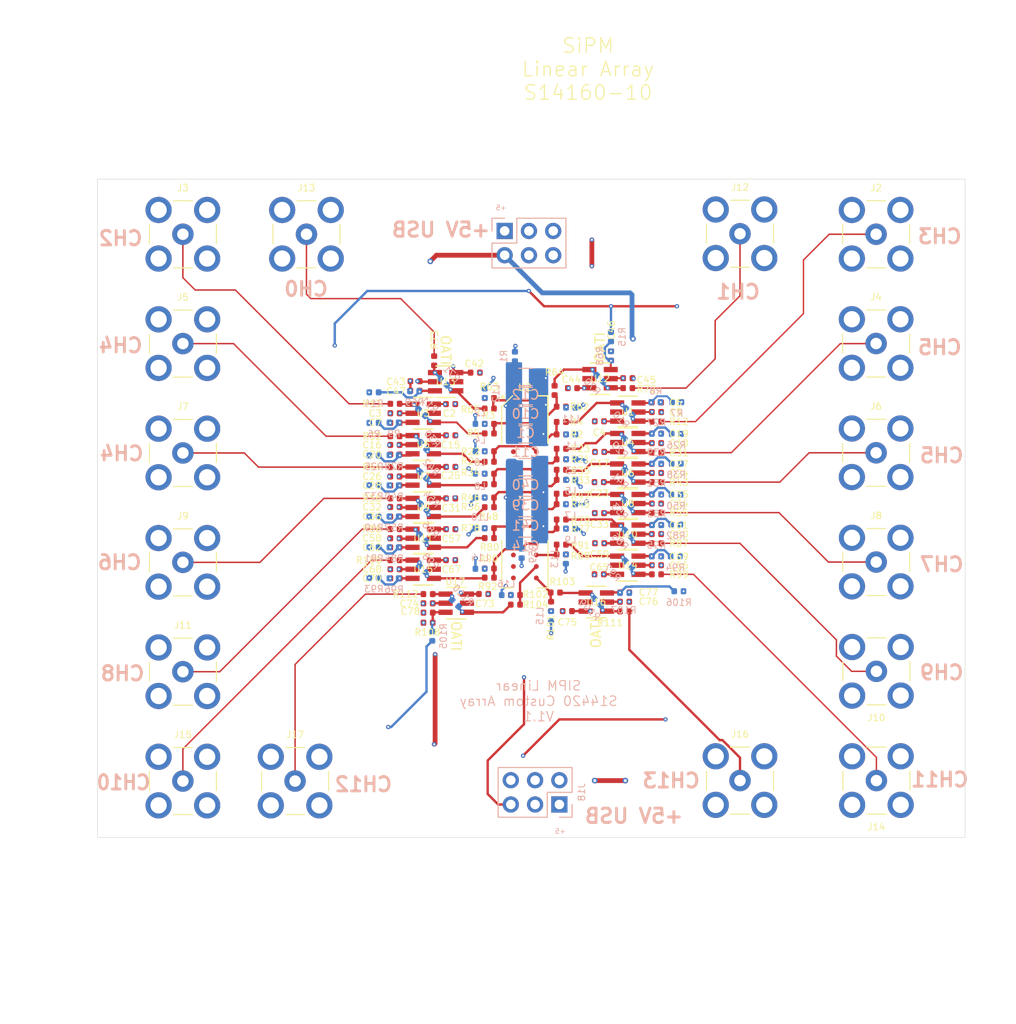
<source format=kicad_pcb>
(kicad_pcb (version 20240108) (generator "pcbnew") (generator_version "8.0")
  (layers (0 "F.Cu" signal) (1 "In1.Cu" signal "GND") (2 "In2.Cu" signal "PWR") (31 "B.Cu" signal) (34 "B.Paste" user) (35 "F.Paste" user) (36 "B.SilkS" user "B.Silkscreen") (37 "F.SilkS" user "F.Silkscreen") (38 "B.Mask" user) (39 "F.Mask" user) (44 "Edge.Cuts" user))
  (net 0 "")
  (net 1 "GND")
  (net 2 "Net-(U2-1K)")
  (net 3 "VDDA")
  (net 4 "VSSA")
  (net 5 "Net-(L1-Pad1)")
  (net 6 "Net-(U1-+)")
  (net 7 "Net-(L2-Pad1)")
  (net 8 "/VBias")
  (net 9 "LINE")
  (net 10 "Net-(U3-+)")
  (net 11 "Net-(U2-9K)")
  (net 12 "Net-(U4-+)")
  (net 13 "Net-(U5-+)")
  (net 14 "Net-(U6-+)")
  (net 15 "Net-(U7-+)")
  (net 16 "Net-(L11-Pad1)")
  (net 17 "Net-(L12-Pad1)")
  (net 18 "/SipmPair1/IN2")
  (net 19 "/SipmPair1/IN1")
  (net 20 "/SipmPair/IN2")
  (net 21 "/SipmPair/IN1")
  (net 22 "Net-(U8-+)")
  (net 23 "Net-(U9-+)")
  (net 24 "Net-(U12-+)")
  (net 25 "Net-(U13-+)")
  (net 26 "Net-(U10-+)")
  (net 27 "Net-(L3-Pad1)")
  (net 28 "Net-(L4-Pad1)")
  (net 29 "/SipmPair2/IN2")
  (net 30 "/SipmPair2/IN1")
  (net 31 "Net-(U11-+)")
  (net 32 "Net-(U14-+)")
  (net 33 "Net-(U15-+)")
  (net 34 "Net-(U16-+)")
  (net 35 "Net-(L5-Pad1)")
  (net 36 "Net-(L6-Pad1)")
  (net 37 "/SipmPair3/IN2")
  (net 38 "/SipmPair3/IN1")
  (net 39 "Net-(U17-+)")
  (net 41 "Net-(J2-In)")
  (net 42 "Net-(J3-In)")
  (net 43 "Net-(J4-In)")
  (net 44 "Net-(L7-Pad1)")
  (net 45 "Net-(L8-Pad1)")
  (net 46 "/SipmPair4/IN2")
  (net 47 "/SipmPair4/IN1")
  (net 48 "Net-(J5-In)")
  (net 49 "Net-(J6-In)")
  (net 50 "Net-(J7-In)")
  (net 51 "Net-(J8-In)")
  (net 52 "Net-(L9-Pad1)")
  (net 53 "Net-(L10-Pad1)")
  (net 54 "/SipmPair5/IN2")
  (net 55 "/SipmPair5/IN1")
  (net 56 "Net-(J9-In)")
  (net 57 "Net-(J10-In)")
  (net 58 "Net-(J11-In)")
  (net 59 "Net-(J12-In)")
  (net 60 "Net-(L13-Pad1)")
  (net 61 "Net-(L14-Pad1)")
  (net 62 "/SipmPair6/IN2")
  (net 63 "/SipmPair6/IN1")
  (net 64 "Net-(J13-In)")
  (net 65 "Net-(J14-In)")
  (net 66 "Net-(J15-In)")
  (net 67 "Net-(J16-In)")
  (net 68 "Net-(L15-Pad1)")
  (net 69 "Net-(L16-Pad1)")
  (net 70 "/SipmPair7/IN2")
  (net 71 "/SipmPair7/IN1")
  (net 72 "/VBias2")
  (net 73 "/VSSA2")
  (net 74 "/VDDA2")
  (net 75 "/LINE2")
  (net 76 "Net-(J17-In)")
  (net 78 "Net-(U1--)")
  (net 79 "Net-(U3--)")
  (net 80 "Net-(U4--)")
  (net 81 "Net-(U5--)")
  (net 82 "Net-(U6--)")
  (net 83 "Net-(U7--)")
  (net 84 "Net-(U8--)")
  (net 85 "Net-(U9--)")
  (net 86 "Net-(U12--)")
  (net 87 "Net-(U13--)")
  (net 88 "Net-(U10--)")
  (net 89 "Net-(U11--)")
  (net 90 "Net-(U14--)")
  (net 91 "Net-(U15--)")
  (net 92 "Net-(U16--)")
  (net 93 "Net-(U17--)")
  (net 110 "Net-(R10-Pad2)")
  (net 111 "Net-(R11-Pad2)")
  (net 114 "Net-(R29-Pad2)")
  (net 115 "Net-(R30-Pad2)")
  (net 118 "Net-(R41-Pad2)")
  (net 119 "Net-(R42-Pad2)")
  (net 122 "Net-(R53-Pad2)")
  (net 123 "Net-(R54-Pad2)")
  (net 126 "Net-(R70-Pad2)")
  (net 127 "Net-(R71-Pad2)")
  (net 130 "Net-(R85-Pad2)")
  (net 131 "Net-(R86-Pad2)")
  (net 134 "Net-(R97-Pad2)")
  (net 135 "Net-(R100-Pad1)")
  (net 138 "Net-(R109-Pad2)")
  (net 139 "Net-(R110-Pad2)")
  (footprint "footprints:R_0402_1005Metric" (layer "F.Cu") (at 187.4 99.1)
    (property "Reference" "R35")
    (property "Value" "43")
  )
  (footprint "footprints:R_0402_1005Metric" (layer "F.Cu") (at 170 102.090002 180)
    (property "Reference" "R56")
    (property "Value" "50")
  )
  (footprint "footprints:R_0402_1005Metric" (layer "F.Cu") (at 170 108.55 180)
    (property "Reference" "R100")
    (property "Value" "50")
  )
  (footprint "footprints:R_0402_1005Metric" (layer "F.Cu") (at 187.4 95.4 180)
    (property "Reference" "R2")
    (property "Value" "6.3")
  )
  (footprint "footprints:R_0402_1005Metric" (layer "F.Cu") (at 179.875 109.425)
    (property "Reference" "R90")
    (property "Value" "6.3")
  )
  (footprint "Capacitor_SMD:C_0402_1005Metric" (layer "F.Cu") (at 197.3624 102.63)
    (property "Reference" "C34")
    (property "Value" "1u")
  )
  (footprint "footprints:SMB_Jack_Vertical" (layer "F.Cu") (at 160.74 74.47)
    (property "Reference" "J13")
    (property "Value" "Conn_Coaxial")
  )
  (footprint "footprints:OPA847IDBVT" (layer "F.Cu") (at 194.3624 96.25 180)
    (property "Reference" "U4")
    (property "Value" "OPA847IDBVT" (hide yes))
  )
  (footprint "footprints:SMB_Jack_Vertical" (layer "F.Cu") (at 220.34 97.322)
    (property "Reference" "J6")
    (property "Value" "Conn_Coaxial")
  )
  (footprint "Capacitor_SMD:C_0402_1005Metric" (layer "F.Cu") (at 170 104 180)
    (property "Reference" "C36")
    (property "Value" "1u")
  )
  (footprint "footprints:SMB_Jack_Vertical" (layer "F.Cu") (at 220.35 108.748)
    (property "Reference" "J8")
    (property "Value" "Conn_Coaxial")
  )
  (footprint "footprints:R_0402_1005Metric" (layer "F.Cu") (at 187.4 105.25 180)
    (property "Reference" "R77")
    (property "Value" "6.3")
  )
  (footprint "footprints:R_0402_1005Metric" (layer "F.Cu") (at 197.3624 106.79)
    (property "Reference" "R87")
    (property "Value" "50")
  )
  (footprint "Capacitor_SMD:C_0402_1005Metric" (layer "F.Cu") (at 170 102.990002 180)
    (property "Reference" "C32")
    (property "Value" "1u")
  )
  (footprint "footprints:R_0402_1005Metric" (layer "F.Cu") (at 173.465 112.1 180)
    (property "Reference" "R112")
    (property "Value" "50")
  )
  (footprint "footprints:R_0402_1005Metric" (layer "F.Cu") (at 187.4 107.95 180)
    (property "Reference" "R89")
    (property "Value" "6.3")
  )
  (footprint "footprints:SMB_Jack_Vertical" (layer "F.Cu") (at 147.81 108.778)
    (property "Reference" "J9")
    (property "Value" "Conn_Coaxial")
  )
  (footprint "Capacitor_SMD:C_0402_1005Metric" (layer "F.Cu") (at 170 94.190002 180)
    (property "Reference" "C7")
    (property "Value" "1u")
  )
  (footprint "footprints:R_0402_1005Metric" (layer "F.Cu") (at 194.031001 113.9)
    (property "Reference" "R111")
    (property "Value" "50")
  )
  (footprint "footprints:R_0402_1005Metric" (layer "F.Cu") (at 179.875 95.3 180)
    (property "Reference" "R5")
    (property "Value" "43")
  )
  (footprint "footprints:OPA847IDBVT" (layer "F.Cu") (at 194.3624 105.83 180)
    (property "Reference" "U10")
    (property "Value" "OPA847IDBVT" (hide yes))
  )
  (footprint "Capacitor_SMD:C_0402_1005Metric" (layer "F.Cu") (at 170 97.5 180)
    (property "Reference" "C20")
    (property "Value" "1u")
  )
  (footprint "footprints:OPA847IDBVT" (layer "F.Cu") (at 172.9548 93.190002)
    (property "Reference" "U3")
    (property "Value" "OPA847IDBVT" (hide yes))
  )
  (footprint "Capacitor_SMD:C_0402_1005Metric" (layer "F.Cu") (at 172.1 90.84 180)
    (property "Reference" "C47")
    (property "Value" "1u")
  )
  (footprint "Capacitor_SMD:C_0402_1005Metric" (layer "F.Cu") (at 175.825 95.5)
    (property "Reference" "C15")
    (property "Value" "1u")
  )
  (footprint "footprints:R_0402_1005Metric" (layer "F.Cu") (at 179.875 106.24 180)
    (property "Reference" "R80")
    (property "Value" "43")
  )
  (footprint "Capacitor_SMD:C_0402_1005Metric" (layer "F.Cu") (at 192.6 87.185 90)
    (property "Reference" "C46")
    (property "Value" "1u")
  )
  (footprint "Capacitor_SMD:C_0402_1005Metric" (layer "F.Cu") (at 191.3574 100.39 180)
    (property "Reference" "C23")
    (property "Value" "1u")
  )
  (footprint "Capacitor_SMD:C_0402_1005Metric" (layer "F.Cu") (at 175.825 92.230002)
    (property "Reference" "C2")
    (property "Value" "1u")
  )
  (footprint "footprints:R_0402_1005Metric" (layer "F.Cu") (at 187.4 106.925)
    (property "Reference" "R91")
    (property "Value" "43")
  )
  (footprint "footprints:OPA847IDBVT" (layer "F.Cu") (at 172.9548 106.26)
    (property "Reference" "U11")
    (property "Value" "OPA847IDBVT" (hide yes))
  )
  (footprint "footprints:R_0402_1005Metric" (layer "F.Cu") (at 170 92.2 180)
    (property "Reference" "R13")
    (property "Value" "50")
  )
  (footprint "footprints:R_0402_1005Metric" (layer "F.Cu") (at 197.3624 94.06)
    (property "Reference" "R12")
    (property "Value" "50")
  )
  (footprint "Capacitor_SMD:C_0402_1005Metric" (layer "F.Cu") (at 197.3624 92.06)
    (property "Reference" "C6")
    (property "Value" "1u")
  )
  (footprint "Capacitor_SMD:C_0402_1005Metric" (layer "F.Cu") (at 173.465 114.04 180)
    (property "Reference" "C78")
    (property "Value" "1u")
  )
  (footprint "footprints:OPA847IDBVT" (layer "F.Cu") (at 194.3624 109.08 180)
    (property "Reference" "U14")
    (property "Value" "OPA847IDBVT" (hide yes))
  )
  (footprint "footprints:R_0402_1005Metric" (layer "F.Cu") (at 187.4 94.1)
    (property "Reference" "R4")
    (property "Value" "43")
  )
  (footprint "footprints:R_0402_1005Metric" (layer "F.Cu") (at 182.6 112.2)
    (property "Reference" "R102")
    (property "Value" "6.3")
  )
  (footprint "footprints:OPA847IDBVT" (layer "F.Cu") (at 172.9548 96.473335)
    (property "Reference" "U5")
    (property "Value" "OPA847IDBVT" (hide yes))
  )
  (footprint "Capacitor_SMD:C_0402_1005Metric" (layer "F.Cu") (at 197.3624 96.31)
    (property "Reference" "C18")
    (property "Value" "1u")
  )
  (footprint "footprints:R_0402_1005Metric" (layer "F.Cu") (at 170 105.3 180)
    (property "Reference" "R88")
    (property "Value" "50")
  )
  (footprint "Capacitor_SMD:C_0402_1005Metric" (layer "F.Cu") (at 173.465 113.065 180)
    (property "Reference" "C74")
    (property "Value" "1u")
  )
  (footprint "footprints:R_0402_1005Metric" (layer "F.Cu") (at 194.357053 90.557053)
    (property "Reference" "R72")
    (property "Value" "50")
  )
  (footprint "footprints:SMB_Jack_Vertical" (layer "F.Cu") (at 220.34 74.47)
    (property "Reference" "J2")
    (property "Value" "Conn_Coaxial")
  )
  (footprint "footprints:OPA847IDBVT" (layer "F.Cu") (at 191.062401 112.93 180)
    (property "Reference" "U16")
    (property "Value" "OPA847IDBVT" (hide yes))
  )
  (footprint "footprints:R_0402_1005Metric" (layer "F.Cu") (at 179.875 99.51)
    (property "Reference" "R34")
    (property "Value" "6.3")
  )
  (footprint "footprints:R_0402_1005Metric" (layer "F.Cu") (at 170 98.820002 180)
    (property "Reference" "R44")
    (property "Value" "50")
  )
  (footprint "Capacitor_SMD:C_0402_1005Metric" (layer "F.Cu") (at 197.3624 93.06)
    (property "Reference" "C5")
    (property "Value" "1u")
  )
  (footprint "footprints:R_0402_1005Metric" (layer "F.Cu") (at 186.781001 111.936)
    (property "Reference" "R103")
    (property "Value" "43")
  )
  (footprint "footprints:R_0402_1005Metric" (layer "F.Cu") (at 186.331001 113.376 90)
    (property "Reference" "R101")
    (property "Value" "6.3")
  )
  (footprint "footprints:R_0402_1005Metric" (layer "F.Cu") (at 187.4 100.15 180)
    (property "Reference" "R33")
    (property "Value" "6.3")
  )
  (footprint "footprints:OPA847IDBVT" (layer "F.Cu") (at 194.3624 93.06 180)
    (property "Reference" "U1")
    (property "Value" "OPA847IDBVT" (hide yes))
  )
  (footprint "Capacitor_SMD:C_0402_1005Metric" (layer "F.Cu") (at 194.031001 111.926)
    (property "Reference" "C77")
    (property "Value" "1u")
  )
  (footprint "footprints:R_0402_1005Metric" (layer "F.Cu") (at 170 95.590002 180)
    (property "Reference" "R32")
    (property "Value" "50")
  )
  (footprint "Capacitor_SMD:C_0402_1005Metric" (layer "F.Cu") (at 188.567053 90.562053 180)
    (property "Reference" "C44")
    (property "Value" "1u")
  )
  (footprint "Capacitor_SMD:C_0402_1005Metric" (layer "F.Cu") (at 170 106.26 180)
    (property "Reference" "C58")
    (property "Value" "1u")
  )
  (footprint "footprints:SMB_Jack_Vertical" (layer "F.Cu") (at 147.81 85.906)
    (property "Reference" "J5")
    (property "Value" "Conn_Coaxial")
  )
  (footprint "Capacitor_SMD:C_0402_1005Metric" (layer "F.Cu") (at 170 93.186055 180)
    (property "Reference" "C3")
    (property "Value" "1u")
  )
  (footprint "Capacitor_SMD:C_0402_1005Metric" (layer "F.Cu") (at 197.3624 101.68)
    (property "Reference" "C35")
    (property "Value" "1u")
  )
  (footprint "MountingHole:MountingHole_6mm" (layer "F.Cu") (at 168.59 86.41)
    (property "Reference" "H3" (hide yes))
    (property "Value" "MountingHole")
  )
  (footprint "footprints:R_0402_1005Metric" (layer "F.Cu") (at 179.875 91.6)
    (property "Reference" "R63")
    (property "Value" "6.3")
  )
  (footprint "Capacitor_SMD:C_0402_1005Metric" (layer "F.Cu") (at 175.825 98.8)
    (property "Reference" "C25")
    (property "Value" "1u")
  )
  (footprint "Capacitor_SMD:C_0402_1005Metric" (layer "F.Cu") (at 194.357053 89.522054)
    (property "Reference" "C45")
    (property "Value" "1u")
  )
  (footprint "footprints:R_0402_1005Metric" (layer "F.Cu") (at 179.875 100.61 180)
    (property "Reference" "R36")
    (property "Value" "43")
  )
  (footprint "Capacitor_SMD:C_0402_1005Metric" (layer "F.Cu") (at 197.3624 108.155)
    (property "Reference" "C69")
    (property "Value" "1u")
  )
  (footprint "Capacitor_SMD:C_0402_1005Metric" (layer "F.Cu") (at 170 110.45 180)
    (property "Reference" "C70")
    (property "Value" "1u")
  )
  (footprint "footprints:SMB_Jack_Vertical" (layer "F.Cu") (at 147.81 74.47)
    (property "Reference" "J3")
    (property "Value" "Conn_Coaxial")
  )
  (footprint "footprints:OPA847IDBVT" (layer "F.Cu") (at 191.457053 89.572053 180)
    (property "Reference" "U12")
    (property "Value" "OPA847IDBVT" (hide yes))
  )
  (footprint "Capacitor_SMD:C_0402_1005Metric" (layer "F.Cu") (at 197.3624 105.82)
    (property "Reference" "C60")
    (property "Value" "1u")
  )
  (footprint "footprints:R_0402_1005Metric" (layer "F.Cu") (at 182.6 113.2 180)
    (property "Reference" "R104")
    (property "Value" "43")
  )
  (footprint "Capacitor_SMD:C_0402_1005Metric" (layer "F.Cu") (at 170 96.5 180)
    (property "Reference" "C16")
    (property "Value" "1u")
  )
  (footprint "footprints:R_0402_1005Metric" (layer "F.Cu") (at 179.875 110.375 180)
    (property "Reference" "R92")
    (property "Value" "43")
  )
  (footprint "Capacitor_SMD:C_0402_1005Metric" (layer "F.Cu") (at 191.3624 110.03 180)
    (property "Reference" "C65")
    (property "Value" "1u")
  )
  (footprint "footprints:OPA847IDBVT" (layer "F.Cu") (at 176.415 113.05)
    (property "Reference" "U17")
    (property "Value" "OPA847IDBVT" (hide yes))
  )
  (footprint "footprints:R_0402_1005Metric" (layer "F.Cu") (at 187.4 101.6)
    (property "Reference" "R47")
    (property "Value" "43")
  )
  (footprint "footprints:OPA847IDBVT" (layer "F.Cu") (at 175.3 89.89)
    (property "Reference" "U13")
    (property "Value" "OPA847IDBVT" (hide yes))
  )
  (footprint "Capacitor_SMD:C_0402_1005Metric" (layer "F.Cu") (at 191.4074 97.23 180)
    (property "Reference" "C17")
    (property "Value" "1u")
  )
  (footprint "footprints:SMB_Jack_Vertical" (layer "F.Cu") (at 220.37 120.174 180)
    (property "Reference" "J10")
    (property "Value" "Conn_Coaxial")
  )
  (footprint "Capacitor_SMD:C_0402_1005Metric" (layer "F.Cu") (at 179.272 112.09)
    (property "Reference" "C73")
    (property "Value" "1u")
  )
  (footprint "footprints:R_0402_1005Metric" (layer "F.Cu") (at 179.875 105.21)
    (property "Reference" "R78")
    (property "Value" "6.3")
  )
  (footprint "Capacitor_SMD:C_0402_1005Metric" (layer "F.Cu") (at 197.3624 95.31)
    (property "Reference" "C19")
    (property "Value" "1u")
  )
  (footprint "footprints:SMB_Jack_Vertical" (layer "F.Cu") (at 220.34 85.896)
    (property "Reference" "J4")
    (property "Value" "Conn_Coaxial")
  )
  (footprint "footprints:R_0402_1005Metric" (layer "F.Cu") (at 187.4 92.5 180)
    (property "Reference" "R62")
    (property "Value" "6.3")
  )
  (footprint "Capacitor_SMD:C_0402_1005Metric" (layer "F.Cu") (at 170 99.8 180)
    (property "Reference" "C26")
    (property "Value" "1u")
  )
  (footprint "footprints:OPA847IDBVT" (layer "F.Cu") (at 194.3624 102.63 180)
    (property "Reference" "U8")
    (property "Value" "OPA847IDBVT" (hide yes))
  )
  (footprint "Capacitor_SMD:C_0402_1005Metric" (layer "F.Cu") (at 197.3624 109.08)
    (property "Reference" "C66")
    (property "Value" "1u")
  )
  (footprint "S13615-1025:AF210729-S14160-x16" (layer "F.Cu") (at 183.59 101.41)
    (property "Reference" "U2")
    (property "Value" "S15643")
  )
  (footprint "footprints:R_0402_1005Metric" (layer "F.Cu") (at 187.4 96.9)
    (property "Reference" "R23")
    (property "Value" "43")
  )
  (footprint "MountingHole:MountingHole_6mm" (layer "F.Cu") (at 198.59 116.41)
    (property "Reference" "H4" (hide yes))
    (property "Value" "MountingHole")
  )
  (footprint "footprints:SMB_Jack_Vertical" (layer "F.Cu") (at 206.1 131.6)
    (property "Reference" "J16")
    (property "Value" "Conn_Coaxial")
  )
  (footprint "Capacitor_SMD:C_0402_1005Metric" (layer "F.Cu") (at 175.825 105.31)
    (property "Reference" "C57")
    (property "Value" "1u")
  )
  (footprint "footprints:OPA847IDBVT" (layer "F.Cu") (at 172.9548 103.040001)
    (property "Reference" "U9")
    (property "Value" "OPA847IDBVT" (hide yes))
  )
  (footprint "Capacitor_SMD:C_0402_1005Metric" (layer "F.Cu") (at 197.3624 98.49)
    (property "Reference" "C27")
    (property "Value" "1u")
  )
  (footprint "footprints:SMB_Jack_Vertical" (layer "F.Cu") (at 147.81 120.214)
    (property "Reference" "J11")
    (property "Value" "Conn_Coaxial")
  )
  (footprint "footprints:SMB_Jack_Vertical" (layer "F.Cu") (at 220.37 131.6 180)
    (property "Reference" "J14")
    (property "Value" "Conn_Coaxial")
  )
  (footprint "MountingHole:MountingHole_6mm" (layer "F.Cu") (at 168.59 116.41)
    (property "Reference" "H2" (hide yes))
    (property "Value" "MountingHole")
  )
  (footprint "Capacitor_SMD:C_0402_1005Metric" (layer "F.Cu") (at 197.3624 99.43)
    (property "Reference" "C24")
    (property "Value" "1u")
  )
  (footprint "footprints:R_0402_1005Metric" (layer "F.Cu") (at 173.465 115.09)
    (property "Reference" "R108")
    (property "Value" "68")
  )
  (footprint "footprints:SMB_Jack_Vertical" (layer "F.Cu") (at 159.55 131.65)
    (property "Reference" "J17")
    (property "Value" "Conn_Coaxial")
  )
  (footprint "Capacitor_SMD:C_0402_1005Metric" (layer "F.Cu") (at 197.3624 104.88)
    (property "Reference" "C61")
    (property "Value" "1u")
  )
  (footprint "Capacitor_SMD:C_0402_1005Metric" (layer "F.Cu") (at 175.825 102.090002)
    (property "Reference" "C31")
    (property "Value" "1u")
  )
  (footprint "footprints:R_0402_1005Metric" (layer "F.Cu") (at 186.7 90.8 90)
    (property "Reference" "R64")
    (property "Value" "43")
  )
  (footprint "footprints:R_0402_1005Metric" (layer "F.Cu") (at 179.875 103.01 180)
    (property "Reference" "R48")
    (property "Value" "43")
  )
  (footprint "Capacitor_SMD:C_0402_1005Metric" (layer "F.Cu") (at 194.031001 112.9)
    (property "Reference" "C76")
    (property "Value" "1u")
  )
  (footprint "Capacitor_SMD:C_0402_1005Metric" (layer "F.Cu") (at 178.4 88.94)
    (property "Reference" "C42")
    (property "Value" "1u")
  )
  (footprint "footprints:SMB_Jack_Vertical" (layer "F.Cu") (at 206.1 74.42)
    (property "Reference" "J12")
    (property "Value" "Conn_Coaxial")
  )
  (footprint "MountingHole:MountingHole_6mm" (layer "F.Cu") (at 198.59 86.41)
    (property "Reference" "H1" (hide yes))
    (property "Value" "MountingHole")
  )
  (footprint "Capacitor_SMD:C_0402_1005Metric" (layer "F.Cu") (at 170 100.740002 180)
    (property "Reference" "C28")
    (property "Value" "1u")
  )
  (footprint "footprints:R_0402_1005Metric" (layer "F.Cu") (at 197.3624 103.58)
    (property "Reference" "R55")
    (property "Value" "50")
  )
  (footprint "footprints:R_0402_1005Metric" (layer "F.Cu") (at 197.3624 100.39)
    (property "Reference" "R43")
    (property "Value" "50")
  )
  (footprint "footprints:SMB_Jack_Vertical" (layer "F.Cu") (at 147.81 131.65)
    (property "Reference" "J15")
    (property "Value" "Conn_Coaxial")
  )
  (footprint "Capacitor_SMD:C_0402_1005Metric" (layer "F.Cu") (at 172.1 89.84 180)
    (property "Reference" "C43")
    (property "Value" "1u")
  )
  (footprint "footprints:R_0402_1005Metric" (layer "F.Cu") (at 174.1 87.7 90)
    (property "Reference" "R73")
    (property "Value" "50")
  )
  (footprint "Capacitor_SMD:C_0402_1005Metric" (layer "F.Cu") (at 191.3874 94.03 180)
    (property "Reference" "C4")
    (property "Value" "1u")
  )
  (footprint "footprints:R_0402_1005Metric" (layer "F.Cu") (at 187.4 102.7 180)
    (property "Reference" "R45")
    (property "Value" "6.3")
  )
  (footprint "footprints:R_0402_1005Metric" (layer "F.Cu") (at 187.4 104.3)
    (property "Reference" "R79")
    (property "Value" "43")
  )
  (footprint "Capacitor_SMD:C_0402_1005Metric" (layer "F.Cu") (at 170 109.5 180)
    (property "Reference" "C68")
    (property "Value" "1u")
  )
  (footprint "footprints:R_0402_1005Metric" (layer "F.Cu") (at 179.875 97.16)
    (property "Reference" "R22")
    (property "Value" "6.3")
  )
  (footprint "footprints:OPA847IDBVT" (layer "F.Cu") (at 172.9548 99.756668)
    (property "Reference" "U7")
    (property "Value" "OPA847IDBVT" (hide yes))
  )
  (footprint "footprints:OPA847IDBVT" (layer "F.Cu") (at 172.9548 109.5)
    (property "Reference" "U15")
    (property "Value" "OPA847IDBVT" (hide yes))
  )
  (footprint "footprints:R_0402_1005Metric" (layer "F.Cu") (at 179.875 92.7 180)
    (property "Reference" "R65")
    (property "Value" "43")
  )
  (footprint "footprints:R_0402_1005Metric" (layer "F.Cu") (at 179.875 94.3)
    (property "Reference" "R3")
    (property "Value" "6.3")
  )
  (footprint "footprints:SMB_Jack_Vertical" (layer "F.Cu") (at 147.81 97.342)
    (property "Reference" "J7")
    (property "Value" "Conn_Coaxial")
  )
  (footprint "Capacitor_SMD:C_0402_1005Metric" (layer "F.Cu") (at 170 107.21 180)
    (property "Reference" "C62")
    (property "Value" "1u")
  )
  (footprint "footprints:OPA847IDBVT" (layer "F.Cu") (at 194.3624 99.44 180)
    (property "Reference" "U6")
    (property "Value" "OPA847IDBVT" (hide yes))
  )
  (footprint "Capacitor_SMD:C_0402_1005Metric" (layer "F.Cu") (at 188.031001 113.876 180)
    (property "Reference" "C75")
    (property "Value" "1u")
  )
  (footprint "Capacitor_SMD:C_0402_1005Metric" (layer "F.Cu") (at 175.825 108.55)
    (property "Reference" "C67")
    (property "Value" "1u")
  )
  (footprint "footprints:R_0402_1005Metric" (layer "F.Cu") (at 187.4 98 180)
    (property "Reference" "R21")
    (property "Value" "6.3")
  )
  (footprint "footprints:R_0402_1005Metric" (layer "F.Cu") (at 179.875 98.26 180)
    (property "Reference" "R24")
    (property "Value" "43")
  )
  (footprint "footprints:R_0402_1005Metric" (layer "F.Cu") (at 179.875 102.01)
    (property "Reference" "R46")
    (property "Value" "6.3")
  )
  (footprint "Capacitor_SMD:C_0402_1005Metric" (layer "F.Cu") (at 191.4074 106.78 180)
    (property "Reference" "C59")
    (property "Value" "1u")
  )
  (footprint "footprints:R_0402_1005Metric" (layer "F.Cu") (at 197.3624 97.31)
    (property "Reference" "R31")
    (property "Value" "50")
  )
  (footprint "footprints:R_0402_1005Metric" (layer "F.Cu") (at 197.3624 110.03)
    (property "Reference" "R99")
    (property "Value" "50")
  )
  (footprint "Capacitor_SMD:C_0402_1005Metric" (layer "F.Cu") (at 191.3874 103.63 180)
    (property "Reference" "C33")
    (property "Value" "1u")
  )
  (footprint "footprints:C_0402_1005Metric" (layer "B.Cu") (at 187.88 108.43 -90)
    (property "Reference" "L13")
    (property "Value" "0.090uH")
  )
  (footprint "footprints:R_0402_1005Metric" (layer "B.Cu") (at 182.55 87.25 -90)
    (property "Reference" "R1")
    (property "Value" "10")
  )
  (footprint "footprints:R_0402_1005Metric" (layer "B.Cu") (at 199.4374 98.455)
    (property "Reference" "R38")
    (property "Value" "5000")
  )
  (footprint "footprints:R_0402_1005Metric" (layer "B.Cu") (at 199.4874 92.03)
    (property "Reference" "R7")
    (property "Value" "5000")
  )
  (footprint "footprints:R_0402_1005Metric" (layer "B.Cu") (at 167.8 107.2)
    (property "Reference" "R81")
    (property "Value" "5000")
  )
  (footprint "footprints:R_0402_1005Metric" (layer "B.Cu") (at 167.8 97.6)
    (property "Reference" "R25")
    (property "Value" "5000")
  )
  (footprint "footprints:R_0402_1005Metric" (layer "B.Cu") (at 167.8 104)
    (property "Reference" "R49")
    (property "Value" "5000")
  )
  (footprint "footprints:R_0402_1005Metric" (layer "B.Cu") (at 191.457053 89.557053 -45)
    (property "Reference" "R70")
    (property "Value" "1.5k")
  )
  (footprint "footprints:R_0402_1005Metric" (layer "B.Cu") (at 199.32 108.15)
    (property "Reference" "R94")
    (property "Value" "5000")
  )
  (footprint "footprints:C_0402_1005Metric" (layer "B.Cu") (at 186.331001 114.376 -90)
    (property "Reference" "L15")
    (property "Value" "0.090uH")
  )
  (footprint "footprints:R_0402_1005Metric" (layer "B.Cu") (at 169.9 103.980002)
    (property "Reference" "R52")
    (property "Value" "68")
  )
  (footprint "footprints:C_0402_1005Metric" (layer "B.Cu") (at 188.4 98)
    (property "Reference" "L3")
    (property "Value" "0.090uH")
  )
  (footprint "footprints:R_0402_1005Metric" (layer "B.Cu") (at 183.25 107.85 90)
    (property "Reference" "R59")
    (property "Value" "10")
  )
  (footprint "footprints:R_0402_1005Metric" (layer "B.Cu") (at 197.38 104.88 180)
    (property "Reference" "R83")
    (property "Value" "68")
  )
  (footprint "footprints:R_0402_1005Metric" (layer "B.Cu") (at 172.957053 99.657053 135)
    (property "Reference" "R42")
    (property "Value" "1.5k")
  )
  (footprint "footprints:R_0402_1005Metric" (layer "B.Cu") (at 197.3624 95.33 180)
    (property "Reference" "R27")
    (property "Value" "68")
  )
  (footprint "footprints:R_0402_1005Metric" (layer "B.Cu") (at 192.6 85.2 90)
    (property "Reference" "R15")
    (property "Value" "5000")
  )
  (footprint "footprints:R_0402_1005Metric" (layer "B.Cu") (at 194.3874 105.78 -45)
    (property "Reference" "R85")
    (property "Value" "1.5k")
  )
  (footprint "footprints:R_0402_1005Metric" (layer "B.Cu") (at 194.4874 93.03 -45)
    (property "Reference" "R10")
    (property "Value" "1.5k")
  )
  (footprint "footprints:C_0402_1005Metric" (layer "B.Cu") (at 179.4 91.1 90)
    (property "Reference" "L12")
    (property "Value" "0.090uH")
  )
  (footprint "Capacitor_SMD:C_1206_3216Metric" (layer "B.Cu") (at 183.6625 93.4)
    (property "Reference" "C1")
    (property "Value" "1u")
  )
  (footprint "footprints:C_0402_1005Metric" (layer "B.Cu") (at 178.9 102 180)
    (property "Reference" "L8")
    (property "Value" "0.090uH")
  )
  (footprint "Capacitor_SMD:C_1206_3216Metric" (layer "B.Cu") (at 183.6625 98.833334)
    (property "Reference" "C40")
    (property "Value" "1u")
  )
  (footprint "footprints:C_0402_1005Metric" (layer "B.Cu") (at 188.37 105.26)
    (property "Reference" "L9")
    (property "Value" "0.090uH")
  )
  (footprint "footprints:R_0402_1005Metric" (layer "B.Cu") (at 167.8 94.2)
    (property "Reference" "R6")
    (property "Value" "5000")
  )
  (footprint "footprints:R_0402_1005Metric" (layer "B.Cu") (at 194.3874 99.43 -45)
    (property "Reference" "R41")
    (property "Value" "1.5k")
  )
  (footprint "footprints:R_0402_1005Metric" (layer "B.Cu") (at 173 96.6 130)
    (property "Reference" "R30")
    (property "Value" "1.5k")
  )
  (footprint "footprints:R_0402_1005Metric" (layer "B.Cu") (at 175.1 89.9 135)
    (property "Reference" "R71")
    (property "Value" "1.5k")
  )
  (footprint "Capacitor_SMD:C_1206_3216Metric" (layer "B.Cu") (at 183.6625 105.233334)
    (property "Reference" "C14")
    (property "Value" "1u")
  )
  (footprint "footprints:C_0402_1005Metric" (layer "B.Cu") (at 181.65 112.2 180)
    (property "Reference" "L16")
    (property "Value" "0.090uH")
  )
  (footprint "footprints:R_0402_1005Metric" (layer "B.Cu") (at 169.9 97.565002)
    (property "Reference" "R28")
    (property "Value" "68")
  )
  (footprint "footprints:C_0402_1005Metric" (layer "B.Cu") (at 188.4 95.4)
    (property "Reference" "L1")
    (property "Value" "0.090uH")
  )
  (footprint "Capacitor_SMD:C_1206_3216Metric" (layer "B.Cu") (at 183.6625 103.1)
    (property "Reference" "C41")
    (property "Value" "1u")
  )
  (footprint "footprints:C_0402_1005Metric" (layer "B.Cu") (at 188.39 100.15)
    (property "Reference" "L5")
    (property "Value" "0.090uH")
  )
  (footprint "footprints:R_0402_1005Metric" (layer "B.Cu") (at 172.9 106.2 135)
    (property "Reference" "R86")
    (property "Value" "1.5k")
  )
  (footprint "footprints:R_0402_1005Metric" (layer "B.Cu") (at 176.315 113.05 135)
    (property "Reference" "R110")
    (property "Value" "1.5k")
  )
  (footprint "footprints:R_0402_1005Metric" (layer "B.Cu") (at 167.8 110.4)
    (property "Reference" "R93")
    (property "Value" "5000")
  )
  (footprint "footprints:C_0402_1005Metric" (layer "B.Cu") (at 178.9 94.3 180)
    (property "Reference" "L2")
    (property "Value" "0.090uH")
  )
  (footprint "footprints:R_0402_1005Metric" (layer "B.Cu") (at 197.3624 98.455 180)
    (property "Reference" "R39")
    (property "Value" "68")
  )
  (footprint "footprints:R_0402_1005Metric" (layer "B.Cu") (at 169.9 110.45)
    (property "Reference" "R96")
    (property "Value" "68")
  )
  (footprint "footprints:C_0402_1005Metric" (layer "B.Cu") (at 188.36 102.71)
    (property "Reference" "L7")
    (property "Value" "0.090uH")
  )
  (footprint "footprints:R_0402_1005Metric" (layer "B.Cu") (at 197.2874 92.03 180)
    (property "Reference" "R8")
    (property "Value" "68")
  )
  (footprint "footprints:R_0402_1005Metric" (layer "B.Cu") (at 197.36 108.15 180)
    (property "Reference" "R95")
    (property "Value" "68")
  )
  (footprint "footprints:C_0402_1005Metric" (layer "B.Cu") (at 188.38 92.6)
    (property "Reference" "L11")
    (property "Value" "0.090uH")
  )
  (footprint "footprints:R_0402_1005Metric" (layer "B.Cu") (at 172.05 90.89)
    (property "Reference" "R69")
    (property "Value" "68")
  )
  (footprint "footprints:R_0402_1005Metric" (layer "B.Cu") (at 169.9 107.21)
    (property "Reference" "R84")
    (property "Value" "68")
  )
  (footprint "footprints:C_0402_1005Metric" (layer "B.Cu") (at 178.9 105.22 180)
    (property "Reference" "L10")
    (property "Value" "0.090uH")
  )
  (footprint "footprints:PinHeader_2x03_P2.54mm_Vertical" (layer "B.Cu") (at 187.2 134.1 90)
    (property "Reference" "J18")
    (property "Value" "SSQ-103-01-G-D")
  )
  (footprint "Capacitor_SMD:C_1206_3216Metric" (layer "B.Cu") (at 183.6625 89.4)
    (property "Reference" "C12")
    (property "Value" "1u")
  )
  (footprint "footprints:R_0402_1005Metric" (layer "B.Cu") (at 194.3374 96.18 -45)
    (property "Reference" "R29")
    (property "Value" "1.5k")
  )
  (footprint "footprints:R_0402_1005Metric" (layer "B.Cu") (at 194.3374 102.63 -45)
    (property "Reference" "R53")
    (property "Value" "1.5k")
  )
  (footprint "Capacitor_SMD:C_1206_3216Metric" (layer "B.Cu") (at 183.6625 95.4)
    (property "Reference" "C11")
    (property "Value" "1u")
  )
  (footprint "footprints:PinHeader_2x03_P2.54mm_Vertical" (layer "B.Cu") (at 181.475 74.125 -90)
    (property "Reference" "J1" (hide yes))
    (property "Value" "SSQ-103-01-G-D")
  )
  (footprint "footprints:R_0402_1005Metric" (layer "B.Cu") (at 167.8 100.7)
    (property "Reference" "R37")
    (property "Value" "5000")
  )
  (footprint "footprints:R_0402_1005Metric" (layer "B.Cu") (at 169.9 94.165002)
    (property "Reference" "R9")
    (property "Value" "68")
  )
  (footprint "footprints:R_0402_1005Metric" (layer "B.Cu") (at 173 103 135)
    (property "Reference" "R54")
    (property "Value" "1.5k")
  )
  (footprint "footprints:C_0402_1005Metric" (layer "B.Cu") (at 178.9 97.16 180)
    (property "Reference" "L4")
    (property "Value" "0.090uH")
  )
  (footprint "footprints:R_0402_1005Metric" (layer "B.Cu") (at 167.8 91)
    (property "Reference" "R14")
    (property "Value" "5000")
  )
  (footprint "Capacitor_SMD:C_1206_3216Metric" (layer "B.Cu") (at 183.6625 91.4)
    (property "Reference" "C10")
    (property "Value" "1u")
  )
  (footprint "footprints:R_0402_1005Metric" (layer "B.Cu") (at 172.8 93.1 135)
    (property "Reference" "R11")
    (property "Value" "1.5k")
  )
  (footprint "Capacitor_SMD:C_1206_3216Metric" (layer "B.Cu") (at 183.6625 100.966667)
    (property "Reference" "C39")
    (property "Value" "1u")
  )
  (footprint "footprints:R_0402_1005Metric" (layer "B.Cu") (at 191.175001 112.9 -45)
    (property "Reference" "R109")
    (property "Value" "1.5k")
  )
  (footprint "footprints:R_0402_1005Metric" (layer "B.Cu") (at 194.031001 111.976 180)
    (property "Reference" "R107")
    (property "Value" "68")
  )
  (footprint "footprints:C_0402_1005Metric" (layer "B.Cu") (at 178.9 109.45 180)
    (property "Reference" "L14")
    (property "Value" "0.090uH")
  )
  (footprint "footprints:R_0402_1005Metric" (layer "B.Cu") (at 197.3574 101.67 180)
    (property "Reference" "R51")
    (property "Value" "68")
  )
  (footprint "footprints:R_0402_1005Metric" (layer "B.Cu") (at 199.7 111.8)
    (property "Reference" "R106")
    (property "Value" "5000")
  )
  (footprint "footprints:R_0402_1005Metric" (layer "B.Cu") (at 199.38 104.82)
    (property "Reference" "R82")
    (property "Value" "5000")
  )
  (footprint "footprints:R_0402_1005Metric" (layer "B.Cu") (at 194.4374 108.98 -45)
    (property "Reference" "R97")
    (property "Value" "1.5k")
  )
  (footprint "footprints:R_0402_1005Metric" (layer "B.Cu") (at 169.9 100.730002)
    (property "Reference" "R40")
    (property "Value" "68")
  )
  (footprint "footprints:R_0402_1005Metric" (layer "B.Cu") (at 173.9 116.5 90)
    (property "Reference" "R105")
    (property "Value" "5000")
  )
  (footprint "footprints:R_0402_1005Metric" (layer "B.Cu") (at 172.9 109.5 135)
    (property "Reference" "R98")
    (property "Value" "1.5k")
  )
  (footprint "footprints:R_0402_1005Metric" (layer "B.Cu") (at 199.4074 101.7)
    (property "Reference" "R50")
    (property "Value" "5000")
  )
  (footprint "footprints:R_0402_1005Metric" (layer "B.Cu") (at 199.4374 95.355)
    (property "Reference" "R26")
    (property "Value" "5000")
  )
  (footprint "footprints:R_0402_1005Metric" (layer "B.Cu") (at 192.6 87.2 -90)
    (property "Reference" "R68")
    (property "Value" "68")
  )
  (footprint "footprints:C_0402_1005Metric" (layer "B.Cu") (at 178.9 99.5 180)
    (property "Reference" "L6")
    (property "Value" "0.090uH")
  )
  (gr_rect (start 138.875 68.7) (end 229.65 137.55) (stroke (width 0.05)) (fill none) (layer "Edge.Cuts"))
  (gr_text "+5V USB" (at 195 135.3 0) (layer "B.SilkS") (effects (font (size 1.5 1.5) (thickness 0.3)) (justify mirror)))
  (gr_text "CH12" (at 166.7 132 0) (layer "B.SilkS") (effects (font (size 1.5 1.5) (thickness 0.3)) (justify mirror)))
  (gr_text "CH2" (at 141.3 74.9 0) (layer "B.SilkS") (effects (font (size 1.5 1.5) (thickness 0.3)) (justify mirror)))
  (gr_text "CH7" (at 227.2 109 0) (layer "B.SilkS") (effects (font (size 1.5 1.5) (thickness 0.3)) (justify mirror)))
  (gr_text "CH8" (at 141.5 120.4 0) (layer "B.SilkS") (effects (font (size 1.5 1.5) (thickness 0.3)) (justify mirror)))
  (gr_text "CH11" (at 227 131.5 0) (layer "B.SilkS") (effects (font (size 1.5 1.5) (thickness 0.3)) (justify mirror)))
  (gr_text "SIPM Linear\nS14420 Custom Array\nV1.1" (at 185.022 123.292 0) (layer "B.SilkS") (effects (font (size 1 1) (thickness 0.11)) (justify mirror)))
  (gr_text "+5" (at 187.3 136.9 0) (layer "B.SilkS") (effects (font (size 0.508 0.508) (thickness 0.0762)) (justify mirror)))
  (gr_text "CH10" (at 141.6 131.8 0) (layer "B.SilkS") (effects (font (size 1.5 1.4) (thickness 0.3)) (justify mirror)))
  (gr_text "CH13" (at 198.9 131.6 0) (layer "B.SilkS") (effects (font (size 1.5 1.5) (thickness 0.3)) (justify mirror)))
  (gr_text "CH9" (at 227.2 120.3 0) (layer "B.SilkS") (effects (font (size 1.5 1.5) (thickness 0.3)) (justify mirror)))
  (gr_text "CH1" (at 205.9 80.5 0) (layer "B.SilkS") (effects (font (size 1.5 1.5) (thickness 0.3)) (justify mirror)))
  (gr_text "+5" (at 181.1 71.7 0) (layer "B.SilkS") (effects (font (size 0.508 0.508) (thickness 0.0762)) (justify mirror)))
  (gr_text "CH5" (at 227 86.3 0) (layer "B.SilkS") (effects (font (size 1.5 1.5) (thickness 0.3)) (justify mirror)))
  (gr_text "CH3" (at 227 74.7 0) (layer "B.SilkS") (effects (font (size 1.5 1.5) (thickness 0.3)) (justify mirror)))
  (gr_text "CH4" (at 141.4 97.4 0) (layer "B.SilkS") (effects (font (size 1.5 1.5) (thickness 0.3)) (justify mirror)))
  (gr_text "CH6" (at 141.197647 108.785582 0) (layer "B.SilkS") (effects (font (size 1.5 1.5) (thickness 0.3)) (justify mirror)))
  (gr_text "CH0" (at 160.7 80.2 0) (layer "B.SilkS") (effects (font (size 1.5 1.5) (thickness 0.3)) (justify mirror)))
  (gr_text "CH5" (at 227.2 97.6 0) (layer "B.SilkS") (effects (font (size 1.5 1.5) (thickness 0.3)) (justify mirror)))
  (gr_text "+5V USB" (at 174.8 74 0) (layer "B.SilkS") (effects (font (size 1.5 1.5) (thickness 0.3)) (justify mirror)))
  (gr_text "CH4" (at 141.3 86.1 0) (layer "B.SilkS") (effects (font (size 1.5 1.5) (thickness 0.3)) (justify mirror)))
  (gr_text "SiPM\nLinear Array\nS14160-10\n" (at 190.2 57.2 0) (layer "F.SilkS") (effects (font (size 1.524 1.524) (thickness 0.127))))
  (segment (start 171.615 90.785) (end 171.615 89.84) (width 0.25) (layer "F.Cu") (net 1))
  (via (at 190.9374 97.255) (size 0.45) (drill 0.2) (layers "F.Cu" "B.Cu") (net 1))
  (via (at 176.3 102) (size 0.45) (drill 0.2) (layers "F.Cu" "B.Cu") (net 1))
  (via (at 192.6 86.7) (size 0.45) (drill 0.2) (layers "F.Cu" "B.Cu") (net 1))
  (via (at 178.4 93.4) (size 0.45) (drill 0.2) (layers "F.Cu" "B.Cu") (net 1))
  (via (at 197.8 92.03) (size 0.45) (drill 0.2) (layers "F.Cu" "B.Cu") (net 1))
  (via (at 172.99 114.04) (size 0.45) (drill 0.2) (layers "F.Cu" "B.Cu") (net 1))
  (via (at 185.53 105.004) (size 0.45) (drill 0.2) (layers "F.Cu" "B.Cu") (net 1))
  (via (at 178.45 108.35) (size 0.45) (drill 0.2) (layers "F.Cu" "B.Cu") (net 1))
  (via (at 190.86 110.08) (size 0.45) (drill 0.2) (layers "F.Cu" "B.Cu") (net 1))
  (via (at 169.5 100.7) (size 0.45) (drill 0.2) (layers "F.Cu" "B.Cu") (net 1))
  (via (at 169.5 97.6) (size 0.45) (drill 0.2) (layers "F.Cu" "B.Cu") (net 1))
  (via (at 190.8974 103.63) (size 0.45) (drill 0.2) (layers "F.Cu" "B.Cu") (net 1))
  (via (at 177.7 105.85) (size 0.45) (drill 0.2) (layers "F.Cu" "B.Cu") (net 1))
  (via (at 194.5 112.9) (size 0.45) (drill 0.2) (layers "F.Cu" "B.Cu") (net 1))
  (via (at 169.5 109.5) (size 0.45) (drill 0.2) (layers "F.Cu" "B.Cu") (net 1))
  (via (at 185.784 92.304) (size 0.45) (drill 0.2) (layers "F.Cu" "B.Cu") (net 1))
  (via (at 186.331001 116.176) (size 0.45) (drill 0.2) (layers "F.Cu" "B.Cu") (net 1))
  (via (at 197.8374 102.68) (size 0.45) (drill 0.2) (layers "F.Cu" "B.Cu") (net 1))
  (via (at 181.6 111.25) (size 0.45) (drill 0.2) (layers "F.Cu" "B.Cu") (net 1))
  (via (at 185.784 89.51) (size 0.45) (drill 0.2) (layers "F.Cu" "B.Cu") (net 1))
  (via (at 189.42 100.88) (size 0.45) (drill 0.2) (layers "F.Cu" "B.Cu") (net 1))
  (via (at 185.53 95.352) (size 0.45) (drill 0.2) (layers "F.Cu" "B.Cu") (net 1))
  (via (at 180.3 89.5) (size 0.45) (drill 0.2) (layers "F.Cu" "B.Cu") (net 1))
  (via (at 169.5 107.2) (size 0.45) (drill 0.2) (layers "F.Cu" "B.Cu") (net 1))
  (via (at 197.8874 101.755) (size 0.45) (drill 0.2) (layers "F.Cu" "B.Cu") (net 1))
  (via (at 169.4 106.3) (size 0.45) (drill 0.2) (layers "F.Cu" "B.Cu") (net 1))
  (via (at 187.85 109.73) (size 0.45) (drill 0.2) (layers "F.Cu" "B.Cu") (net 1))
  (via (at 189.94 98.23) (size 0.45) (drill 0.2) (layers "F.Cu" "B.Cu") (net 1))
  (via (at 172.94 113.09) (size 0.45) (drill 0.2) (layers "F.Cu" "B.Cu") (net 1))
  (via (at 178.885 88.94) (size 0.45) (drill 0.2) (layers "F.Cu" "B.Cu") (net 1))
  (via (at 178.4 96.1) (size 0.45) (drill 0.2) (layers "F.Cu" "B.Cu") (net 1))
  (via (at 197.7874 95.33) (size 0.45) (drill 0.2) (layers "F.Cu" "B.Cu") (net 1))
  (via (at 190.05 102.42) (size 0.45) (drill 0.2) (layers "F.Cu" "B.Cu") (net 1))
  (via (at 185.53 101.448) (size 0.45) (drill 0.2) (layers "F.Cu" "B.Cu") (net 1))
  (via (at 169.5 104) (size 0.45) (drill 0.2) (layers "F.Cu" "B.Cu") (net 1))
  (via (at 176.3 92.2) (size 0.45) (drill 0.2) (layers "F.Cu" "B.Cu") (net 1))
  (via (at 189.7 92.3) (size 0.45) (drill 0.2) (layers "F.Cu" "B.Cu") (net 1))
  (via (at 187.531001 113.876) (size 0.45) (drill 0.2) (layers "F.Cu" "B.Cu") (net 1))
  (via (at 169.4 103) (size 0.45) (drill 0.2) (layers "F.Cu" "B.Cu") (net 1))
  (via (at 171.615 90.785) (size 0.45) (drill 0.2) (layers "F.Cu" "B.Cu") (net 1))
  (via (at 179.74 112.09) (size 0.45) (drill 0.2) (layers "F.Cu" "B.Cu") (net 1))
  (via (at 188.9 95.4) (size 0.45) (drill 0.2) (layers "F.Cu" "B.Cu") (net 1))
  (via (at 176.4 95.5) (size 0.45) (drill 0.2) (layers "F.Cu" "B.Cu") (net 1))
  (via (at 197.8874 105.78) (size 0.45) (drill 0.2) (layers "F.Cu" "B.Cu") (net 1))
  (via (at 197.8624 98.53) (size 0.45) (drill 0.2) (layers "F.Cu" "B.Cu") (net 1))
  (via (at 176.3 108.5) (size 0.45) (drill 0.2) (layers "F.Cu" "B.Cu") (net 1))
  (via (at 188.157053 90.557053) (size 0.45) (drill 0.2) (layers "F.Cu" "B.Cu") (net 1))
  (via (at 197.8624 109.08) (size 0.45) (drill 0.2) (layers "F.Cu" "B.Cu") (net 1))
  (via (at 176.4 105.3) (size 0.45) (drill 0.2) (layers "F.Cu" "B.Cu") (net 1))
  (via (at 171.6 89.8) (size 0.45) (drill 0.2) (layers "F.Cu" "B.Cu") (net 1))
  (via (at 197.8374 99.43) (size 0.45) (drill 0.2) (layers "F.Cu" "B.Cu") (net 1))
  (via (at 190.8874 94.03) (size 0.45) (drill 0.2) (layers "F.Cu" "B.Cu") (net 1))
  (via (at 189.75 105.79) (size 0.45) (drill 0.2) (layers "F.Cu" "B.Cu") (net 1))
  (via (at 177.7 98.95) (size 0.45) (drill 0.2) (layers "F.Cu" "B.Cu") (net 1))
  (via (at 190.94 106.77) (size 0.45) (drill 0.2) (layers "F.Cu" "B.Cu") (net 1))
  (via (at 197.8874 96.33) (size 0.45) (drill 0.2) (layers "F.Cu" "B.Cu") (net 1))
  (via (at 169.5 93.2) (size 0.45) (drill 0.2) (layers "F.Cu" "B.Cu") (net 1))
  (via (at 176.4 98.8) (size 0.45) (drill 0.2) (layers "F.Cu" "B.Cu") (net 1))
  (via (at 177.95 102.75) (size 0.45) (drill 0.2) (layers "F.Cu" "B.Cu") (net 1))
  (via (at 169.5 94.2) (size 0.45) (drill 0.2) (layers "F.Cu" "B.Cu") (net 1))
  (via (at 169.5 110.45) (size 0.45) (drill 0.2) (layers "F.Cu" "B.Cu") (net 1))
  (via (at 194.5 111.9) (size 0.45) (drill 0.2) (layers "F.Cu" "B.Cu") (net 1))
  (via (at 197.8874 93.1) (size 0.45) (drill 0.2) (layers "F.Cu" "B.Cu") (net 1))
  (via (at 169.4 99.8) (size 0.45) (drill 0.2) (layers "F.Cu" "B.Cu") (net 1))
  (via (at 190.89 100.4) (size 0.45) (drill 0.2) (layers "F.Cu" "B.Cu") (net 1))
  (via (at 197.8124 108.18) (size 0.45) (drill 0.2) (layers "F.Cu" "B.Cu") (net 1))
  (via (at 197.8374 104.83) (size 0.45) (drill 0.2) (layers "F.Cu" "B.Cu") (net 1))
  (via (at 169.4 96.5) (size 0.45) (drill 0.2) (layers "F.Cu" "B.Cu") (net 1))
  (via (at 194.957053 89.557053) (size 0.45) (drill 0.2) (layers "F.Cu" "B.Cu") (net 1))
  (via (at 172.99 115.09) (size 0.45) (drill 0.2) (layers "F.Cu" "B.Cu") (net 1))
  (segment (start 188.845 102.71) (end 189.76 102.71) (width 0.25) (layer "B.Cu") (net 1))
  (segment (start 180.3 89.715) (end 180.3 89.5) (width 0.25) (layer "B.Cu") (net 1))
  (segment (start 189.7 92.3) (end 189.4 92.6) (width 0.25) (layer "B.Cu") (net 1))
  (segment (start 187.88 109.7) (end 187.85 109.73) (width 0.25) (layer "B.Cu") (net 1))
  (segment (start 184.6 105.233334) (end 185.300666 105.233334) (width 0.25) (layer "B.Cu") (net 1))
  (segment (start 189.76 102.71) (end 190.05 102.42) (width 0.25) (layer "B.Cu") (net 1))
  (segment (start 185.1375 94.7625) (end 185.1375 90.0375) (width 0.25) (layer "B.Cu") (net 1))
  (segment (start 178.25 99.5) (end 177.7 98.95) (width 0.25) (layer "B.Cu") (net 1))
  (segment (start 186.331001 116.176) (end 186.331001 114.861) (width 0.25) (layer "B.Cu") (net 1))
  (segment (start 189.71 98) (end 189.94 98.23) (width 0.25) (layer "B.Cu") (net 1))
  (segment (start 177.95 102.465) (end 178.415 102) (width 0.25) (layer "B.Cu") (net 1))
  (segment (start 179.4 90.615) (end 180.3 89.715) (width 0.25) (layer "B.Cu") (net 1))
  (segment (start 185.300666 105.233334) (end 185.53 105.004) (width 0.25) (layer "B.Cu") (net 1))
  (segment (start 184.6 105.233334) (end 184.6 98.833334) (width 0.25) (layer "B.Cu") (net 1))
  (segment (start 184.6 100.966667) (end 185.048667 100.966667) (width 0.25) (layer "B.Cu") (net 1))
  (segment (start 178.415 93.415) (end 178.4 93.4) (width 0.25) (layer "B.Cu") (net 1))
  (segment (start 177.95 102.75) (end 177.95 102.465) (width 0.25) (layer "B.Cu") (net 1))
  (segment (start 181.165 111.685) (end 181.6 111.25) (width 0.25) (layer "B.Cu") (net 1))
  (segment (start 189.4 92.6) (end 188.865 92.6) (width 0.25) (layer "B.Cu") (net 1))
  (segment (start 185.674 89.4) (end 185.784 89.51) (width 0.25) (layer "B.Cu") (net 1))
  (segment (start 189.22 105.26) (end 189.75 105.79) (width 0.25) (layer "B.Cu") (net 1))
  (segment (start 187.88 108.915) (end 187.88 109.7) (width 0.25) (layer "B.Cu") (net 1))
  (segment (start 178.415 94.3) (end 178.415 93.415) (width 0.25) (layer "B.Cu") (net 1))
  (segment (start 178.415 108.385) (end 178.45 108.35) (width 0.25) (layer "B.Cu") (net 1))
  (segment (start 185.1375 91.6575) (end 185.784 92.304) (width 0.25) (layer "B.Cu") (net 1))
  (segment (start 178.415 109.45) (end 178.415 108.385) (width 0.25) (layer "B.Cu") (net 1))
  (segment (start 185.048667 100.966667) (end 185.53 101.448) (width 0.25) (layer "B.Cu") (net 1))
  (segment (start 188.885 98) (end 189.71 98) (width 0.25) (layer "B.Cu") (net 1))
  (segment (start 185.482 95.4) (end 185.53 95.352) (width 0.25) (layer "B.Cu") (net 1))
  (segment (start 178.415 97.16) (end 178.415 96.115) (width 0.25) (layer "B.Cu") (net 1))
  (segment (start 188.875 100.335) (end 189.42 100.88) (width 0.25) (layer "B.Cu") (net 1))
  (segment (start 178.33 105.22) (end 177.7 105.85) (width 0.25) (layer "B.Cu") (net 1))
  (segment (start 178.415 96.115) (end 178.4 96.1) (width 0.25) (layer "B.Cu") (net 1))
  (segment (start 181.165 112.2) (end 181.165 111.685) (width 0.25) (layer "B.Cu") (net 1))
  (segment (start 185.1375 91.4) (end 185.1375 91.6575) (width 0.25) (layer "B.Cu") (net 1))
  (segment (start 188.855 105.26) (end 189.22 105.26) (width 0.25) (layer "B.Cu") (net 1))
  (segment (start 181.61 92.41) (end 182.39 92.41) (width 0.25) (layer "F.Cu") (net 2))
  (segment (start 183.2 92.4) (end 183.19 92.41) (width 0.25) (layer "F.Cu") (net 2))
  (segment (start 183.19 92.41) (end 182.39 92.41) (width 0.25) (layer "F.Cu") (net 2))
  (segment (start 181.6 92.4) (end 181.61 92.41) (width 0.25) (layer "F.Cu") (net 2))
  (via (at 183.2 92.4) (size 0.45) (drill 0.2) (layers "F.Cu" "B.Cu") (net 2))
  (via (at 181.6 92.4) (size 0.45) (drill 0.2) (layers "F.Cu" "B.Cu") (net 2))
  (segment (start 182.5625 91.4) (end 182.5625 89.4) (width 0.25) (layer "B.Cu") (net 2))
  (segment (start 181.6 92.4) (end 183.2 92.4) (width 0.25) (layer "B.Cu") (net 2))
  (segment (start 176.1 88.3) (end 176.1 88.622399) (width 0.25) (layer "F.Cu") (net 3))
  (segment (start 190.6 75.05) (end 190.6 77.8) (width 0.5) (layer "F.Cu") (net 3))
  (segment (start 193.2448 100.390001) (end 191.8424 100.39) (width 0.25) (layer "F.Cu") (net 3))
  (segment (start 176.1 88.622399) (end 176.4176 88.939999) (width 0.25) (layer "F.Cu") (net 3))
  (segment (start 189.052053 90.562053) (end 190.152053 90.562053) (width 0.2) (layer "F.Cu") (net 3))
  (segment (start 191.8924 97.23) (end 193.214801 97.23) (width 0.25) (layer "F.Cu") (net 3))
  (segment (start 191.8874 94.03) (end 193.174801 94.03) (width 0.2) (layer "F.Cu") (net 3))
  (segment (start 174.0724 98.806667) (end 175.333333 98.806667) (width 0.25) (layer "F.Cu") (net 3))
  (segment (start 175.2374 92.230002) (end 174.082399 92.230002) (width 0.2) (layer "F.Cu") (net 3))
  (segment (start 175.415 95.5) (end 174.095734 95.5) (width 0.2) (layer "F.Cu") (net 3))
  (segment (start 177.915 88.94) (end 176.4176 88.939999) (width 0.25) (layer "F.Cu") (net 3))
  (via (at 191.8874 94.03) (size 0.45) (drill 0.2) (layers "F.Cu" "B.Cu") (net 3))
  (via (at 175.4 98.8) (size 0.45) (drill 0.2) (layers "F.Cu" "B.Cu") (net 3))
  (via (at 191.8924 97.23) (size 0.45) (drill 0.2) (layers "F.Cu" "B.Cu") (net 3))
  (via (at 175.25 92.25) (size 0.45) (drill 0.2) (layers "F.Cu" "B.Cu") (net 3))
  (via (at 175.4 95.5) (size 0.45) (drill 0.2) (layers "F.Cu" "B.Cu") (net 3))
  (via (at 190.6 75.05) (size 0.45) (drill 0.2) (layers "F.Cu" "B.Cu") (net 3))
  (via (at 190.6 77.8) (size 0.45) (drill 0.2) (layers "F.Cu" "B.Cu") (net 3))
  (via (at 191.8424 100.39) (size 0.45) (drill 0.2) (layers "F.Cu" "B.Cu") (net 3))
  (via (at 189.8 90.557053) (size 0.45) (drill 0.2) (layers "F.Cu" "B.Cu") (net 3))
  (via (at 176.1 88.3) (size 0.45) (drill 0.2) (layers "F.Cu" "B.Cu") (net 3))
  (segment (start 173.7 77.3) (end 174.335 76.665) (width 0.5) (layer "F.Cu") (net 4))
  (segment (start 195.48 99.44) (end 196.8674 99.44) (width 0.25) (layer "F.Cu") (net 4))
  (segment (start 193.872053 89.522054) (end 192.624652 89.522054) (width 0.2) (layer "F.Cu") (net 4))
  (segment (start 171.8372 96.473335) (end 170.511665 96.473335) (width 0.25) (layer "F.Cu") (net 4))
  (segment (start 196.8874 96.33) (end 195.56 96.33) (width 0.25) (layer "F.Cu") (net 4))
  (segment (start 174.335 76.665) (end 181.475 76.665) (width 0.5) (layer "F.Cu") (net 4))
  (segment (start 195.43 93.06) (end 196.8024 93.06) (width 0.2) (layer "F.Cu") (net 4))
  (segment (start 171.8372 93.190002) (end 170.388947 93.190002) (width 0.2) (layer "F.Cu") (net 4))
  (segment (start 170.485 99.8) (end 171.793868 99.8) (width 0.25) (layer "F.Cu") (net 4))
  (segment (start 174.1824 89.89) (end 172.635 89.89) (width 0.25) (layer "F.Cu") (net 4))
  (via (at 196.8874 96.33) (size 0.45) (drill 0.2) (layers "F.Cu" "B.Cu") (net 4))
  (via (at 196.8874 93.03) (size 0.45) (drill 0.2) (layers "F.Cu" "B.Cu") (net 4))
  (via (at 196.8874 99.405) (size 0.45) (drill 0.2) (layers "F.Cu" "B.Cu") (net 4))
  (via (at 170.4 99.8) (size 0.45) (drill 0.2) (layers "F.Cu" "B.Cu") (net 4))
  (via (at 193.872053 89.522054) (size 0.45) (drill 0.2) (layers "F.Cu" "B.Cu") (net 4))
  (via (at 173.7 77.3) (size 0.6) (drill 0.3) (layers "F.Cu" "B.Cu") (net 4))
  (via (at 172.35 89.84) (size 0.45) (drill 0.2) (layers "F.Cu" "B.Cu") (net 4))
  (via (at 194.9 85.4) (size 0.6) (drill 0.3) (layers "F.Cu" "B.Cu") (net 4))
  (via (at 170.4 96.5) (size 0.45) (drill 0.2) (layers "F.Cu" "B.Cu") (net 4))
  (via (at 170.5 93.2) (size 0.45) (drill 0.2) (layers "F.Cu" "B.Cu") (net 4))
  (segment (start 194.9 85.4) (end 194.8 85.3) (width 0.5) (layer "B.Cu") (net 4))
  (segment (start 194.8 85.3) (end 194.8 80.8) (width 0.5) (layer "B.Cu") (net 4))
  (segment (start 194.8 80.8) (end 194.6 80.6) (width 0.5) (layer "B.Cu") (net 4))
  (segment (start 185.41 80.6) (end 181.475 76.665) (width 0.5) (layer "B.Cu") (net 4))
  (segment (start 194.6 80.6) (end 185.41 80.6) (width 0.5) (layer "B.Cu") (net 4))
  (via (at 187.87 95.4) (size 0.45) (drill 0.2) (layers "F.Cu" "B.Cu") (net 5))
  (segment (start 195.43 92.109999) (end 196.752401 92.109999) (width 0.2) (layer "F.Cu") (net 6))
  (via (at 196.8024 92.06) (size 0.45) (drill 0.2) (layers "F.Cu" "B.Cu") (net 6))
  (segment (start 198.46788 91.41048) (end 197.42192 91.41048) (width 0.2) (layer "B.Cu") (net 6))
  (segment (start 197.42192 91.41048) (end 196.8024 92.03) (width 0.2) (layer "B.Cu") (net 6))
  (segment (start 199.0874 92.03) (end 198.46788 91.41048) (width 0.2) (layer "B.Cu") (net 6))
  (via (at 179.4 94.3) (size 0.45) (drill 0.2) (layers "F.Cu" "B.Cu") (net 7))
  (via (at 182.6 86.15) (size 0.45) (drill 0.2) (layers "F.Cu" "B.Cu") (net 8))
  (segment (start 182.55 86.765) (end 182.55 86.2) (width 0.25) (layer "B.Cu") (net 8))
  (segment (start 184 80.4) (end 185.6 82) (width 0.25) (layer "F.Cu") (net 9))
  (segment (start 185.6 82) (end 199.5 82) (width 0.25) (layer "F.Cu") (net 9))
  (via (at 199.9 98.4) (size 0.45) (drill 0.2) (layers "F.Cu" "B.Cu") (net 9))
  (via (at 167.3 100.7) (size 0.45) (drill 0.2) (layers "F.Cu" "B.Cu") (net 9))
  (via (at 167.3 97.6) (size 0.45) (drill 0.2) (layers "F.Cu" "B.Cu") (net 9))
  (via (at 200 92) (size 0.45) (drill 0.2) (layers "F.Cu" "B.Cu") (net 9))
  (via (at 163.7 86.1) (size 0.45) (drill 0.2) (layers "F.Cu" "B.Cu") (net 9))
  (via (at 167.3 94.2) (size 0.45) (drill 0.2) (layers "F.Cu" "B.Cu") (net 9))
  (via (at 184 80.4) (size 0.45) (drill 0.2) (layers "F.Cu" "B.Cu") (net 9))
  (via (at 192.6 82) (size 0.45) (drill 0.2) (layers "F.Cu" "B.Cu") (net 9))
  (via (at 199.5 82) (size 0.45) (drill 0.2) (layers "F.Cu" "B.Cu") (net 9))
  (via (at 167.3 91) (size 0.45) (drill 0.2) (layers "F.Cu" "B.Cu") (net 9))
  (via (at 199.9 95.3) (size 0.45) (drill 0.2) (layers "F.Cu" "B.Cu") (net 9))
  (segment (start 163.7 83.8) (end 167.1 80.4) (width 0.25) (layer "B.Cu") (net 9))
  (segment (start 167.1 80.4) (end 184 80.4) (width 0.25) (layer "B.Cu") (net 9))
  (segment (start 163.7 86.1) (end 163.7 83.8) (width 0.25) (layer "B.Cu") (net 9))
  (segment (start 192.6 82) (end 192.6 84.715) (width 0.25) (layer "B.Cu") (net 9))
  (segment (start 171.8372 94.140003) (end 170.434999 94.140003) (width 0.2) (layer "F.Cu") (net 10))
  (via (at 170.5 94.165002) (size 0.45) (drill 0.2) (layers "F.Cu" "B.Cu") (net 10))
  (segment (start 169.85548 94.809522) (end 170.5 94.165002) (width 0.25) (layer "B.Cu") (net 10))
  (segment (start 168.894522 94.809522) (end 169.85548 94.809522) (width 0.25) (layer "B.Cu") (net 10))
  (segment (start 168.285 94.2) (end 168.894522 94.809522) (width 0.25) (layer "B.Cu") (net 10))
  (segment (start 181.6 102) (end 181.61 102.01) (width 0.25) (layer "F.Cu") (net 11))
  (segment (start 183.09 102.01) (end 182.39 102.01) (width 0.25) (layer "F.Cu") (net 11))
  (segment (start 181.61 102.01) (end 182.39 102.01) (width 0.25) (layer "F.Cu") (net 11))
  (segment (start 183.1 102) (end 183.09 102.01) (width 0.25) (layer "F.Cu") (net 11))
  (via (at 183.1 102) (size 0.45) (drill 0.2) (layers "F.Cu" "B.Cu") (net 11))
  (via (at 181.6 102) (size 0.45) (drill 0.2) (layers "F.Cu" "B.Cu") (net 11))
  (segment (start 182.228 101.956) (end 182.228 101.007167) (width 0.25) (layer "B.Cu") (net 11))
  (segment (start 182.272 102) (end 182.228 101.956) (width 0.25) (layer "B.Cu") (net 11))
  (segment (start 181.6 102) (end 181.93 102) (width 0.25) (layer "B.Cu") (net 11))
  (segment (start 182.228 101.007167) (end 182.1875 100.966667) (width 0.25) (layer "B.Cu") (net 11))
  (segment (start 183.1 102) (end 182.272 102) (width 0.25) (layer "B.Cu") (net 11))
  (segment (start 182.1875 101.7425) (end 182.1875 100.966667) (width 0.25) (layer "B.Cu") (net 11))
  (segment (start 181.93 102) (end 182.1875 101.7425) (width 0.25) (layer "B.Cu") (net 11))
  (segment (start 195.48 95.299999) (end 196.867399 95.299999) (width 0.25) (layer "F.Cu") (net 12))
  (via (at 196.8774 95.31) (size 0.45) (drill 0.2) (layers "F.Cu" "B.Cu") (net 12))
  (segment (start 198.28288 94.68548) (end 197.504383 94.68548) (width 0.25) (layer "B.Cu") (net 12))
  (segment (start 197.504383 94.68548) (end 196.8774 95.312463) (width 0.25) (layer "B.Cu") (net 12))
  (segment (start 198.9524 95.355) (end 198.28288 94.68548) (width 0.25) (layer "B.Cu") (net 12))
  (segment (start 170.5 97.6) (end 171.660536 97.6) (width 0.25) (layer "F.Cu") (net 13))
  (segment (start 171.660536 97.6) (end 171.8372 97.423336) (width 0.25) (layer "F.Cu") (net 13))
  (via (at 170.5 97.6) (size 0.45) (drill 0.2) (layers "F.Cu" "B.Cu") (net 13))
  (segment (start 169.890478 98.209522) (end 170.5 97.6) (width 0.25) (layer "B.Cu") (net 13))
  (segment (start 168.285 97.6) (end 168.894522 98.209522) (width 0.25) (layer "B.Cu") (net 13))
  (segment (start 168.894522 98.209522) (end 169.890478 98.209522) (width 0.25) (layer "B.Cu") (net 13))
  (segment (start 195.48 98.489999) (end 196.8774 98.49) (width 0.25) (layer "F.Cu") (net 14))
  (via (at 196.8774 98.49) (size 0.45) (drill 0.2) (layers "F.Cu" "B.Cu") (net 14))
  (segment (start 197.504383 97.81048) (end 198.30788 97.81048) (width 0.25) (layer "B.Cu") (net 14))
  (segment (start 198.30788 97.81048) (end 198.9524 98.455) (width 0.25) (layer "B.Cu") (net 14))
  (segment (start 196.8774 98.437463) (end 197.504383 97.81048) (width 0.25) (layer "B.Cu") (net 14))
  (segment (start 171.8372 100.706669) (end 170.518333 100.706669) (width 0.25) (layer "F.Cu") (net 15))
  (via (at 170.485 100.740002) (size 0.45) (drill 0.2) (layers "F.Cu" "B.Cu") (net 15))
  (segment (start 169.85048 101.374522) (end 170.485 100.740002) (width 0.25) (layer "B.Cu") (net 15))
  (segment (start 168.285 100.7) (end 168.959522 101.374522) (width 0.25) (layer "B.Cu") (net 15))
  (segment (start 168.959522 101.374522) (end 169.85048 101.374522) (width 0.25) (layer "B.Cu") (net 15))
  (via (at 187.92 92.54) (size 0.45) (drill 0.2) (layers "F.Cu" "B.Cu") (net 16))
  (via (at 179.4 91.6) (size 0.45) (drill 0.2) (layers "F.Cu" "B.Cu") (net 17))
  (segment (start 186.4 95.4) (end 186.915 95.4) (width 0.25) (layer "F.Cu") (net 18))
  (segment (start 185.79 96.01) (end 186.4 95.4) (width 0.25) (layer "F.Cu") (net 18))
  (segment (start 186.9 95.3) (end 186.9 94.1) (width 0.25) (layer "F.Cu") (net 18))
  (segment (start 184.79 96.01) (end 185.79 96.01) (width 0.25) (layer "F.Cu") (net 18))
  (segment (start 180.36 95.3) (end 180.36 94.3) (width 0.25) (layer "F.Cu") (net 19))
  (segment (start 184.215489 94.235489) (end 180.424511 94.235489) (width 0.25) (layer "F.Cu") (net 19))
  (segment (start 184.79 94.81) (end 184.215489 94.235489) (width 0.25) (layer "F.Cu") (net 19))
  (segment (start 184.79 93.61) (end 185.805 93.61) (width 0.25) (layer "F.Cu") (net 20))
  (segment (start 185.805 93.61) (end 186.915 92.5) (width 0.25) (layer "F.Cu") (net 20))
  (segment (start 186.915 91.5) (end 186.7 91.285) (width 0.25) (layer "F.Cu") (net 20))
  (segment (start 186.915 92.5) (end 186.915 91.5) (width 0.25) (layer "F.Cu") (net 20))
  (segment (start 180.285 91.6) (end 180.285 92.7) (width 0.25) (layer "F.Cu") (net 21))
  (segment (start 184.79 92.41) (end 184.215489 91.835489) (width 0.25) (layer "F.Cu") (net 21))
  (segment (start 180.520489 91.835489) (end 180.285 91.6) (width 0.25) (layer "F.Cu") (net 21))
  (segment (start 184.215489 91.835489) (end 180.520489 91.835489) (width 0.25) (layer "F.Cu") (net 21))
  (segment (start 195.48 101.679999) (end 196.8774 101.68) (width 0.25) (layer "F.Cu") (net 22))
  (via (at 196.8474 101.72) (size 0.45) (drill 0.2) (layers "F.Cu" "B.Cu") (net 22))
  (segment (start 197.514863 101.01) (end 198.2324 101.01) (width 0.25) (layer "B.Cu") (net 22))
  (segment (start 196.8474 101.677463) (end 197.514863 101.01) (width 0.25) (layer "B.Cu") (net 22))
  (segment (start 198.2324 101.01) (end 198.9224 101.7) (width 0.25) (layer "B.Cu") (net 22))
  (segment (start 171.8372 103.990002) (end 170.494998 103.990002) (width 0.25) (layer "F.Cu") (net 23))
  (via (at 170.5 104) (size 0.45) (drill 0.2) (layers "F.Cu" "B.Cu") (net 23))
  (segment (start 168.285 104) (end 168.909522 104.624522) (width 0.25) (layer "B.Cu") (net 23))
  (segment (start 168.909522 104.624522) (end 169.758017 104.624522) (width 0.25) (layer "B.Cu") (net 23))
  (segment (start 169.758017 104.624522) (end 170.385 103.997539) (width 0.25) (layer "B.Cu") (net 23))
  (segment (start 192.574653 88.622052) (end 192.574653 87.725347) (width 0.2) (layer "F.Cu") (net 24))
  (via (at 192.6 87.7) (size 0.45) (drill 0.2) (layers "F.Cu" "B.Cu") (net 24))
  (segment (start 191.95548 86.32952) (end 191.95548 87.25548) (width 0.25) (layer "B.Cu") (net 24))
  (segment (start 191.95548 87.25548) (end 192.385 87.685) (width 0.25) (layer "B.Cu") (net 24))
  (segment (start 192.385 87.685) (end 192.6 87.685) (width 0.25) (layer "B.Cu") (net 24))
  (segment (start 192.6 85.685) (end 191.95548 86.32952) (width 0.25) (layer "B.Cu") (net 24))
  (segment (start 174.1824 90.840001) (end 172.585 90.84) (width 0.25) (layer "F.Cu") (net 25))
  (via (at 172.5725 90.9275) (size 0.45) (drill 0.2) (layers "F.Cu" "B.Cu") (net 25))
  (segment (start 171.221983 91.53452) (end 171.96548 91.53452) (width 0.25) (layer "B.Cu") (net 25))
  (segment (start 171.96548 91.53452) (end 172.5725 90.9275) (width 0.25) (layer "B.Cu") (net 25))
  (segment (start 170.687463 91) (end 171.221983 91.53452) (width 0.25) (layer "B.Cu") (net 25))
  (segment (start 168.285 91) (end 170.687463 91) (width 0.25) (layer "B.Cu") (net 25))
  (segment (start 195.48 104.879999) (end 196.8774 104.88) (width 0.25) (layer "F.Cu") (net 26))
  (via (at 196.8774 104.88) (size 0.45) (drill 0.2) (layers "F.Cu" "B.Cu") (net 26))
  (segment (start 198.31048 104.23548) (end 198.895 104.82) (width 0.25) (layer "B.Cu") (net 26))
  (segment (start 196.877463 104.88) (end 197.521983 104.23548) (width 0.25) (layer "B.Cu") (net 26))
  (segment (start 197.521983 104.23548) (end 198.31048 104.23548) (width 0.25) (layer "B.Cu") (net 26))
  (via (at 187.9 98) (size 0.45) (drill 0.2) (layers "F.Cu" "B.Cu") (net 27))
  (via (at 179.4 97.2) (size 0.45) (drill 0.2) (layers "F.Cu" "B.Cu") (net 28))
  (segment (start 186.915 98) (end 186.915 96.9) (width 0.25) (layer "F.Cu") (net 29))
  (segment (start 186.505 98.41) (end 186.915 98) (width 0.25) (layer "F.Cu") (net 29))
  (segment (start 184.79 98.41) (end 186.505 98.41) (width 0.25) (layer "F.Cu") (net 29))
  (segment (start 180.36 98.26) (end 180.36 97.16) (width 0.25) (layer "F.Cu") (net 30))
  (segment (start 180.884511 96.635489) (end 180.36 97.16) (width 0.25) (layer "F.Cu") (net 30))
  (segment (start 184.79 97.21) (end 184.215489 96.635489) (width 0.25) (layer "F.Cu") (net 30))
  (segment (start 184.215489 96.635489) (end 180.884511 96.635489) (width 0.25) (layer "F.Cu") (net 30))
  (segment (start 170.485 107.21) (end 171.8372 107.210001) (width 0.25) (layer "F.Cu") (net 31))
  (via (at 170.485 107.21) (size 0.45) (drill 0.2) (layers "F.Cu" "B.Cu") (net 31))
  (segment (start 168.485 107.267537) (end 169.071983 107.85452) (width 0.25) (layer "B.Cu") (net 31))
  (segment (start 169.071983 107.85452) (end 169.758017 107.85452) (width 0.25) (layer "B.Cu") (net 31))
  (segment (start 169.758017 107.85452) (end 170.385 107.227537) (width 0.25) (layer "B.Cu") (net 31))
  (segment (start 168.485 107.2) (end 168.485 107.267537) (width 0.25) (layer "B.Cu") (net 31))
  (segment (start 195.48 108.129999) (end 196.852399 108.129999) (width 0.25) (layer "F.Cu") (net 32))
  (via (at 196.852399 108.129999) (size 0.45) (drill 0.2) (layers "F.Cu" "B.Cu") (net 32))
  (segment (start 198.19048 107.50548) (end 197.501983 107.50548) (width 0.25) (layer "B.Cu") (net 32))
  (segment (start 198.835 108.15) (end 198.19048 107.50548) (width 0.25) (layer "B.Cu") (net 32))
  (segment (start 197.501983 107.50548) (end 196.875 108.132463) (width 0.25) (layer "B.Cu") (net 32))
  (segment (start 171.8372 110.450001) (end 170.485 110.45) (width 0.25) (layer "F.Cu") (net 33))
  (via (at 170.485 110.45) (size 0.45) (drill 0.2) (layers "F.Cu" "B.Cu") (net 33))
  (segment (start 168.285 110.4) (end 168.97952 111.09452) (width 0.25) (layer "B.Cu") (net 33))
  (segment (start 168.97952 111.09452) (end 169.84048 111.09452) (width 0.25) (layer "B.Cu") (net 33))
  (segment (start 169.84048 111.09452) (end 170.485 110.45) (width 0.25) (layer "B.Cu") (net 33))
  (segment (start 193.546001 111.926) (end 192.234 111.926) (width 0.25) (layer "F.Cu") (net 34))
  (via (at 193.546001 111.926) (size 0.45) (drill 0.2) (layers "F.Cu" "B.Cu") (net 34))
  (segment (start 194.7 111.3) (end 198.715 111.3) (width 0.25) (layer "B.Cu") (net 34))
  (segment (start 194.172984 111.33148) (end 194.859018 111.33148) (width 0.25) (layer "B.Cu") (net 34))
  (segment (start 193.546001 111.958463) (end 194.172984 111.33148) (width 0.25) (layer "B.Cu") (net 34))
  (segment (start 198.715 111.3) (end 199.215 111.8) (width 0.25) (layer "B.Cu") (net 34))
  (via (at 188.03 100.17) (size 0.45) (drill 0.2) (layers "F.Cu" "B.Cu") (net 35))
  (via (at 179.35 99.5) (size 0.45) (drill 0.2) (layers "F.Cu" "B.Cu") (net 36))
  (segment (start 186.375 100.81) (end 187.035 100.15) (width 0.25) (layer "F.Cu") (net 37))
  (segment (start 184.79 100.81) (end 186.375 100.81) (width 0.25) (layer "F.Cu") (net 37))
  (segment (start 186.94 99.19) (end 186.94 100.13) (width 0.25) (layer "F.Cu") (net 37))
  (segment (start 180.36 99.51) (end 180.36 100.61) (width 0.25) (layer "F.Cu") (net 38))
  (segment (start 180.749511 99.035489) (end 184.215489 99.035489) (width 0.25) (layer "F.Cu") (net 38))
  (segment (start 184.215489 99.035489) (end 184.79 99.61) (width 0.25) (layer "F.Cu") (net 38))
  (segment (start 180.275 99.51) (end 180.749511 99.035489) (width 0.25) (layer "F.Cu") (net 38))
  (segment (start 173.95 114.04) (end 173.95 115.09) (width 0.25) (layer "F.Cu") (net 39))
  (segment (start 175.2974 114.000001) (end 173.989999 114.000001) (width 0.25) (layer "F.Cu") (net 39))
  (via (at 173.95 115.09) (size 0.45) (drill 0.2) (layers "F.Cu" "B.Cu") (net 39))
  (segment (start 173.885 115.155) (end 173.95 115.09) (width 0.25) (layer "B.Cu") (net 39))
  (segment (start 173.885 116.1) (end 173.885 115.155) (width 0.25) (layer "B.Cu") (net 39))
  (segment (start 212.7374 82.7626) (end 212.7374 79.32) (width 0.15) (layer "F.Cu") (net 41))
  (segment (start 197.7724 94.06) (end 201.44 94.06) (width 0.15) (layer "F.Cu") (net 41))
  (segment (start 212.74 79.32) (end 212.74 77.16) (width 0.15) (layer "F.Cu") (net 41))
  (segment (start 215.43 74.47) (end 220.34 74.47) (width 0.15) (layer "F.Cu") (net 41))
  (segment (start 201.44 94.06) (end 212.7374 82.7626) (width 0.15) (layer "F.Cu") (net 41))
  (segment (start 212.74 77.16) (end 215.43 74.47) (width 0.15) (layer "F.Cu") (net 41))
  (segment (start 169.415 92.2) (end 165.2 92.2) (width 0.15) (layer "F.Cu") (net 42))
  (segment (start 153.3 80.3) (end 149.1 80.3) (width 0.15) (layer "F.Cu") (net 42))
  (segment (start 149.1 80.3) (end 147.81 79.01) (width 0.15) (layer "F.Cu") (net 42))
  (segment (start 147.81 79.01) (end 147.81 74.47) (width 0.15) (layer "F.Cu") (net 42))
  (segment (start 165.2 92.2) (end 153.3 80.3) (width 0.15) (layer "F.Cu") (net 42))
  (segment (start 216.594 85.906) (end 220.34 85.906) (width 0.15) (layer "F.Cu") (net 43))
  (segment (start 197.9324 97.31) (end 205.19 97.31) (width 0.15) (layer "F.Cu") (net 43))
  (segment (start 205.19 97.31) (end 216.594 85.906) (width 0.15) (layer "F.Cu") (net 43))
  (via (at 187.94 102.67) (size 0.45) (drill 0.2) (layers "F.Cu" "B.Cu") (net 44))
  (via (at 179.4 102) (size 0.45) (drill 0.2) (layers "F.Cu" "B.Cu") (net 45))
  (segment (start 186.47 103.21) (end 186.98 102.7) (width 0.25) (layer "F.Cu") (net 46))
  (segment (start 186.915 102.7) (end 186.915 101.6) (width 0.25) (layer "F.Cu") (net 46))
  (segment (start 184.79 103.21) (end 186.47 103.21) (width 0.25) (layer "F.Cu") (net 46))
  (segment (start 180.849511 101.435489) (end 180.275 102.01) (width 0.25) (layer "F.Cu") (net 47))
  (segment (start 184.215489 101.435489) (end 180.849511 101.435489) (width 0.25) (layer "F.Cu") (net 47))
  (segment (start 184.79 102.01) (end 184.215489 101.435489) (width 0.25) (layer "F.Cu") (net 47))
  (segment (start 180.36 102.01) (end 180.36 103.01) (width 0.25) (layer "F.Cu") (net 47))
  (segment (start 162.790002 95.590002) (end 169.415 95.590002) (width 0.15) (layer "F.Cu") (net 48))
  (segment (start 153.106 85.906) (end 162.790002 95.590002) (width 0.15) (layer "F.Cu") (net 48))
  (segment (start 147.81 85.906) (end 153.106 85.906) (width 0.15) (layer "F.Cu") (net 48))
  (segment (start 197.8324 100.39) (end 210.26 100.39) (width 0.15) (layer "F.Cu") (net 49))
  (segment (start 213.328 97.322) (end 210.26 100.39) (width 0.15) (layer "F.Cu") (net 49))
  (segment (start 220.34 97.322) (end 213.328 97.322) (width 0.15) (layer "F.Cu") (net 49))
  (segment (start 154.242 97.342) (end 147.81 97.342) (width 0.15) (layer "F.Cu") (net 50))
  (segment (start 169.415 98.820002) (end 155.720002 98.820002) (width 0.15) (layer "F.Cu") (net 50))
  (segment (start 155.720002 98.820002) (end 154.242 97.342) (width 0.15) (layer "F.Cu") (net 50))
  (segment (start 215.348 108.748) (end 210.18 103.58) (width 0.15) (layer "F.Cu") (net 51))
  (segment (start 210.18 103.58) (end 197.8624 103.58) (width 0.15) (layer "F.Cu") (net 51))
  (segment (start 220.35 108.748) (end 215.348 108.748) (width 0.15) (layer "F.Cu") (net 51))
  (via (at 187.88 105.25) (size 0.45) (drill 0.2) (layers "F.Cu" "B.Cu") (net 52))
  (via (at 179.4 105.2) (size 0.45) (drill 0.2) (layers "F.Cu" "B.Cu") (net 53))
  (segment (start 186.915 105.25) (end 186.915 104.3) (width 0.25) (layer "F.Cu") (net 54))
  (segment (start 186.555 105.61) (end 186.915 105.25) (width 0.25) (layer "F.Cu") (net 54))
  (segment (start 184.79 105.61) (end 186.555 105.61) (width 0.25) (layer "F.Cu") (net 54))
  (segment (start 184.164511 105.035489) (end 180.534511 105.035489) (width 0.25) (layer "F.Cu") (net 55))
  (segment (start 180.534511 105.035489) (end 180.36 105.21) (width 0.25) (layer "F.Cu") (net 55))
  (segment (start 184.79 104.41) (end 184.164511 105.035489) (width 0.25) (layer "F.Cu") (net 55))
  (segment (start 180.36 106.24) (end 180.36 105.21) (width 0.25) (layer "F.Cu") (net 55))
  (segment (start 155.872 108.778) (end 147.81 108.778) (width 0.15) (layer "F.Cu") (net 56))
  (segment (start 162.559998 102.090002) (end 155.872 108.778) (width 0.15) (layer "F.Cu") (net 56))
  (segment (start 169.415 102.090002) (end 162.559998 102.090002) (width 0.15) (layer "F.Cu") (net 56))
  (segment (start 216.185489 118.585489) (end 216.185489 116.885489) (width 0.15) (layer "F.Cu") (net 57))
  (segment (start 217.774 120.174) (end 216.185489 118.585489) (width 0.15) (layer "F.Cu") (net 57))
  (segment (start 206.09 106.79) (end 197.8724 106.79) (width 0.15) (layer "F.Cu") (net 57))
  (segment (start 216.185489 116.885489) (end 206.09 106.79) (width 0.15) (layer "F.Cu") (net 57))
  (segment (start 220.37 120.174) (end 217.774 120.174) (width 0.15) (layer "F.Cu") (net 57))
  (segment (start 166.58 105.3) (end 151.666 120.214) (width 0.15) (layer "F.Cu") (net 58))
  (segment (start 169.415 105.3) (end 166.58 105.3) (width 0.15) (layer "F.Cu") (net 58))
  (segment (start 151.666 120.214) (end 147.81 120.214) (width 0.15) (layer "F.Cu") (net 58))
  (segment (start 203.5 83.5) (end 206.1 80.9) (width 0.15) (layer "F.Cu") (net 59))
  (segment (start 200.442947 90.557053) (end 203.5 87.5) (width 0.15) (layer "F.Cu") (net 59))
  (segment (start 206.1 80.9) (end 206.1 74.42) (width 0.15) (layer "F.Cu") (net 59))
  (segment (start 194.842053 90.557053) (end 200.442947 90.557053) (width 0.15) (layer "F.Cu") (net 59))
  (segment (start 203.5 87.5) (end 203.5 83.5) (width 0.15) (layer "F.Cu") (net 59))
  (via (at 187.89 107.95) (size 0.45) (drill 0.2) (layers "F.Cu" "B.Cu") (net 60))
  (via (at 179.4 109.45) (size 0.45) (drill 0.2) (layers "F.Cu" "B.Cu") (net 61))
  (segment (start 186.915 107.95) (end 186.915 106.925) (width 0.25) (layer "F.Cu") (net 62))
  (segment (start 184.79 108.01) (end 186.907 108.01) (width 0.25) (layer "F.Cu") (net 62))
  (segment (start 183.2 107.4) (end 181.5 107.4) (width 0.25) (layer "F.Cu") (net 63))
  (segment (start 183.79 106.81) (end 183.2 107.4) (width 0.25) (layer "F.Cu") (net 63))
  (segment (start 181.5 107.4) (end 180.36 108.54) (width 0.25) (layer "F.Cu") (net 63))
  (segment (start 180.36 110.375) (end 180.36 109.425) (width 0.25) (layer "F.Cu") (net 63))
  (segment (start 184.79 106.81) (end 183.79 106.81) (width 0.25) (layer "F.Cu") (net 63))
  (segment (start 180.36 108.54) (end 180.36 109.425) (width 0.25) (layer "F.Cu") (net 63))
  (segment (start 174.1 84.7) (end 170.6 81.2) (width 0.15) (layer "F.Cu") (net 64))
  (segment (start 160.74 80.74) (end 160.74 74.47) (width 0.15) (layer "F.Cu") (net 64))
  (segment (start 170.6 81.2) (end 161.2 81.2) (width 0.15) (layer "F.Cu") (net 64))
  (segment (start 174.1 87.215) (end 174.1 84.7) (width 0.15) (layer "F.Cu") (net 64))
  (segment (start 161.2 81.2) (end 160.74 80.74) (width 0.15) (layer "F.Cu") (net 64))
  (segment (start 220.37 129.17) (end 220.37 131.6) (width 0.15) (layer "F.Cu") (net 65))
  (segment (start 197.8474 110.03) (end 201.23 110.03) (width 0.15) (layer "F.Cu") (net 65))
  (segment (start 201.23 110.03) (end 220.37 129.17) (width 0.15) (layer "F.Cu") (net 65))
  (segment (start 147.81 128.29) (end 147.81 131.65) (width 0.15) (layer "F.Cu") (net 66))
  (segment (start 169.415 108.55) (end 167.55 108.55) (width 0.15) (layer "F.Cu") (net 66))
  (segment (start 167.55 108.55) (end 147.81 128.29) (width 0.15) (layer "F.Cu") (net 66))
  (segment (start 204.262092 127.365) (end 203.965 127.365) (width 0.25) (layer "F.Cu") (net 67))
  (segment (start 206.1 131.6) (end 206.1 129.202908) (width 0.25) (layer "F.Cu") (net 67))
  (segment (start 194.516001 117.916001) (end 194.516001 113.9) (width 0.25) (layer "F.Cu") (net 67))
  (segment (start 206.1 129.202908) (end 204.262092 127.365) (width 0.25) (layer "F.Cu") (net 67))
  (segment (start 203.965 127.365) (end 194.516001 117.916001) (width 0.25) (layer "F.Cu") (net 67))
  (via (at 186.331001 113.876) (size 0.45) (drill 0.2) (layers "F.Cu" "B.Cu") (net 68))
  (via (at 182.1 112.2) (size 0.45) (drill 0.2) (layers "F.Cu" "B.Cu") (net 69))
  (segment (start 186.290001 111.942) (end 186.290001 113.086) (width 0.25) (layer "F.Cu") (net 70))
  (segment (start 184.846001 110.486) (end 186.296001 111.936) (width 0.25) (layer "F.Cu") (net 70))
  (segment (start 183.085 112.2) (end 183.085 113.2) (width 0.25) (layer "F.Cu") (net 71))
  (segment (start 184.79 109.21) (end 183.085 110.915) (width 0.25) (layer "F.Cu") (net 71))
  (segment (start 183.085 110.915) (end 183.085 112.2) (width 0.25) (layer "F.Cu") (net 71))
  (segment (start 179.7 129.5) (end 183.5 125.7) (width 0.25) (layer "F.Cu") (net 72))
  (segment (start 179.7 133) (end 179.7 129.5) (width 0.25) (layer "F.Cu") (net 72))
  (segment (start 183.5 125.7) (end 183.5 120.8) (width 0.25) (layer "F.Cu") (net 72))
  (segment (start 182.12 134.1) (end 180.8 134.1) (width 0.25) (layer "F.Cu") (net 72))
  (segment (start 180.8 134.1) (end 179.7 133) (width 0.25) (layer "F.Cu") (net 72))
  (via (at 183.5 120.8) (size 0.45) (drill 0.2) (layers "F.Cu" "B.Cu") (net 72))
  (via (at 183.25 109.15) (size 0.45) (drill 0.2) (layers "F.Cu" "B.Cu") (net 72))
  (segment (start 183.25 108.335) (end 183.25 109.15) (width 0.25) (layer "B.Cu") (net 72))
  (segment (start 190.9 131.6) (end 194.1 131.6) (width 0.5) (layer "F.Cu") (net 73))
  (segment (start 195.48 105.83) (end 196.8674 105.83) (width 0.25) (layer "F.Cu") (net 73))
  (segment (start 193.546001 112.9) (end 192.210001 112.9) (width 0.25) (layer "F.Cu") (net 73))
  (segment (start 171.8372 103.040001) (end 170.534999 103.040001) (width 0.25) (layer "F.Cu") (net 73))
  (segment (start 175.2974 113.05) (end 173.965 113.05) (width 0.25) (layer "F.Cu") (net 73))
  (segment (start 170.4 106.3) (end 171.7972 106.3) (width 0.25) (layer "F.Cu") (net 73))
  (segment (start 171.8372 109.5) (end 170.485 109.5) (width 0.25) (layer "F.Cu") (net 73))
  (segment (start 195.48 102.63) (end 196.8874 102.63) (width 0.25) (layer "F.Cu") (net 73))
  (segment (start 195.48 109.08) (end 196.8774 109.08) (width 0.25) (layer "F.Cu") (net 73))
  (via (at 196.9124 109.08) (size 0.45) (drill 0.2) (layers "F.Cu" "B.Cu") (net 73))
  (via (at 190.9 131.6) (size 0.6) (drill 0.3) (layers "F.Cu" "B.Cu") (net 73))
  (via (at 170.4 103) (size 0.45) (drill 0.2) (layers "F.Cu" "B.Cu") (net 73))
  (via (at 170.4 109.5) (size 0.45) (drill 0.2) (layers "F.Cu" "B.Cu") (net 73))
  (via (at 196.8374 105.83) (size 0.45) (drill 0.2) (layers "F.Cu" "B.Cu") (net 73))
  (via (at 193.546001 112.9) (size 0.45) (drill 0.2) (layers "F.Cu" "B.Cu") (net 73))
  (via (at 173.9575 113.0575) (size 0.45) (drill 0.2) (layers "F.Cu" "B.Cu") (net 73))
  (via (at 194.1 131.6) (size 0.6) (drill 0.3) (layers "F.Cu" "B.Cu") (net 73))
  (via (at 196.9124 102.655) (size 0.45) (drill 0.2) (layers "F.Cu" "B.Cu") (net 73))
  (via (at 170.4 106.3) (size 0.45) (drill 0.2) (layers "F.Cu" "B.Cu") (net 73))
  (segment (start 188.516001 113.876) (end 189.9408 113.876) (width 0.25) (layer "F.Cu") (net 74))
  (segment (start 191.8924 106.78) (end 193.2448 106.780001) (width 0.25) (layer "F.Cu") (net 74))
  (segment (start 174.2 127.7) (end 174.1 127.8) (width 0.5) (layer "F.Cu") (net 74))
  (segment (start 174.2 118.4) (end 174.2 127.7) (width 0.5) (layer "F.Cu") (net 74))
  (segment (start 175.4 105.3) (end 174.082399 105.3) (width 0.25) (layer "F.Cu") (net 74))
  (segment (start 174.0724 102.09) (end 175.339998 102.09) (width 0.25) (layer "F.Cu") (net 74))
  (segment (start 193.2448 110.030001) (end 191.8474 110.03) (width 0.25) (layer "F.Cu") (net 74))
  (segment (start 193.2448 103.580001) (end 191.922399 103.580001) (width 0.25) (layer "F.Cu") (net 74))
  (segment (start 178.74 112.09) (end 177.542599 112.09) (width 0.25) (layer "F.Cu") (net 74))
  (segment (start 174.0724 108.549999) (end 175.34 108.55) (width 0.25) (layer "F.Cu") (net 74))
  (via (at 191.8474 110.03) (size 0.45) (drill 0.2) (layers "F.Cu" "B.Cu") (net 74))
  (via (at 174.1 127.8) (size 0.45) (drill 0.2) (layers "F.Cu" "B.Cu") (net 74))
  (via (at 175.4 105.3) (size 0.45) (drill 0.2) (layers "F.Cu" "B.Cu") (net 74))
  (via (at 176.9 111.95) (size 0.45) (drill 0.2) (layers "F.Cu" "B.Cu") (net 74))
  (via (at 191.8924 106.78) (size 0.45) (drill 0.2) (layers "F.Cu" "B.Cu") (net 74))
  (via (at 190.431001 113.876) (size 0.45) (drill 0.2) (layers "F.Cu" "B.Cu") (net 74))
  (via (at 191.9149 103.5875) (size 0.45) (drill 0.2) (layers "F.Cu" "B.Cu") (net 74))
  (via (at 174.2 118.4) (size 0.45) (drill 0.2) (layers "F.Cu" "B.Cu") (net 74))
  (via (at 175.3 108.5) (size 0.45) (drill 0.2) (layers "F.Cu" "B.Cu") (net 74))
  (via (at 175.4 102.1) (size 0.45) (drill 0.2) (layers "F.Cu" "B.Cu") (net 74))
  (segment (start 198.3 125.2) (end 187.2 125.2) (width 0.25) (layer "F.Cu") (net 75))
  (segment (start 187.2 125.2) (end 183.4 129) (width 0.25) (layer "F.Cu") (net 75))
  (via (at 199.9 104.8) (size 0.45) (drill 0.2) (layers "F.Cu" "B.Cu") (net 75))
  (via (at 167.3 104) (size 0.45) (drill 0.2) (layers "F.Cu" "B.Cu") (net 75))
  (via (at 198.3 125.2) (size 0.45) (drill 0.2) (layers "F.Cu" "B.Cu") (net 75))
  (via (at 183.4 129) (size 0.45) (drill 0.2) (layers "F.Cu" "B.Cu") (net 75))
  (via (at 167.3 107.2) (size 0.45) (drill 0.2) (layers "F.Cu" "B.Cu") (net 75))
  (via (at 200.2 111.8) (size 0.45) (drill 0.2) (layers "F.Cu" "B.Cu") (net 75))
  (via (at 167.3 110.4) (size 0.45) (drill 0.2) (layers "F.Cu" "B.Cu") (net 75))
  (via (at 199.8924 101.7) (size 0.45) (drill 0.2) (layers "F.Cu" "B.Cu") (net 75))
  (via (at 199.805 108.15) (size 0.45) (drill 0.2) (layers "F.Cu" "B.Cu") (net 75))
  (via (at 169.3 126) (size 0.45) (drill 0.2) (layers "F.Cu" "B.Cu") (net 75))
  (segment (start 173.3 122.3) (end 169.6 126) (width 0.25) (layer "B.Cu") (net 75))
  (segment (start 169.6 126) (end 169.3 126) (width 0.25) (layer "B.Cu") (net 75))
  (segment (start 173.9 116.985) (end 173.3 117.585) (width 0.25) (layer "B.Cu") (net 75))
  (segment (start 173.3 117.585) (end 173.3 122.3) (width 0.25) (layer "B.Cu") (net 75))
  (segment (start 172.98 112.1) (end 166.9 112.1) (width 0.15) (layer "F.Cu") (net 76))
  (segment (start 166.9 112.1) (end 159.55 119.45) (width 0.15) (layer "F.Cu") (net 76))
  (segment (start 159.55 119.45) (end 159.55 131.65) (width 0.15) (layer "F.Cu") (net 76))
  (segment (start 189.1174 94.1) (end 187.885 94.1) (width 0.25) (layer "F.Cu") (net 78))
  (segment (start 193.2448 92.109999) (end 191.107401 92.109999) (width 0.25) (layer "F.Cu") (net 78))
  (segment (start 191.107401 92.109999) (end 189.1174 94.1) (width 0.25) (layer "F.Cu") (net 78))
  (segment (start 193.567399 92.109999) (end 193.7874 92.33) (width 0.25) (layer "F.Cu") (net 78))
  (via (at 193.7874 92.33) (size 0.45) (drill 0.2) (layers "F.Cu" "B.Cu") (net 78))
  (segment (start 193.7874 92.33) (end 194.144453 92.687053) (width 0.25) (layer "B.Cu") (net 78))
  (segment (start 179.39 95.3) (end 177.6 95.3) (width 0.2) (layer "F.Cu") (net 79))
  (segment (start 177.6 95.3) (end 176.440003 94.140003) (width 0.2) (layer "F.Cu") (net 79))
  (segment (start 176.440003 94.140003) (end 174.0724 94.140003) (width 0.2) (layer "F.Cu") (net 79))
  (via (at 173.7 94) (size 0.45) (drill 0.2) (layers "F.Cu" "B.Cu") (net 79))
  (segment (start 173.7 94) (end 173.142947 93.442947) (width 0.2) (layer "B.Cu") (net 79))
  (segment (start 189.36 96.9) (end 189.94 96.32) (width 0.25) (layer "F.Cu") (net 80))
  (segment (start 189.94 96.32) (end 191.03 96.32) (width 0.25) (layer "F.Cu") (net 80))
  (segment (start 187.885 96.9) (end 189.36 96.9) (width 0.25) (layer "F.Cu") (net 80))
  (segment (start 192.050001 95.299999) (end 193.2448 95.299999) (width 0.25) (layer "F.Cu") (net 80))
  (segment (start 191.03 96.32) (end 192.050001 95.299999) (width 0.25) (layer "F.Cu") (net 80))
  (via (at 193.7 95.4) (size 0.45) (drill 0.2) (layers "F.Cu" "B.Cu") (net 80))
  (segment (start 193.7 95.4) (end 193.7 95.5426) (width 0.25) (layer "B.Cu") (net 80))
  (segment (start 193.7 95.5426) (end 193.994453 95.837053) (width 0.25) (layer "B.Cu") (net 80))
  (segment (start 177.91 98.26) (end 177.073336 97.423336) (width 0.25) (layer "F.Cu") (net 81))
  (segment (start 179.39 98.26) (end 177.91 98.26) (width 0.25) (layer "F.Cu") (net 81))
  (segment (start 177.073336 97.423336) (end 174.0724 97.423336) (width 0.25) (layer "F.Cu") (net 81))
  (via (at 173.4 97.177237) (size 0.45) (drill 0.2) (layers "F.Cu" "B.Cu") (net 81))
  (segment (start 173.311752 97.088989) (end 173.4 97.177237) (width 0.2) (layer "B.Cu") (net 81))
  (segment (start 189.747127 99.2) (end 190.457128 98.489999) (width 0.25) (layer "F.Cu") (net 82))
  (segment (start 188.015 99.2) (end 189.747127 99.2) (width 0.25) (layer "F.Cu") (net 82))
  (segment (start 190.457128 98.489999) (end 193.2448 98.489999) (width 0.25) (layer "F.Cu") (net 82))
  (segment (start 193.808475 98.489999) (end 194.062367 98.743891) (width 0.25) (layer "F.Cu") (net 82))
  (via (at 194.062367 98.743891) (size 0.45) (drill 0.2) (layers "F.Cu" "B.Cu") (net 82))
  (segment (start 179.293331 100.706669) (end 174.0724 100.706669) (width 0.25) (layer "F.Cu") (net 83))
  (via (at 173.6 100.46057) (size 0.45) (drill 0.2) (layers "F.Cu" "B.Cu") (net 83))
  (segment (start 173.3 100.16057) (end 173.6 100.46057) (width 0.25) (layer "B.Cu") (net 83))
  (segment (start 187.964999 101.679999) (end 193.2448 101.679999) (width 0.25) (layer "F.Cu") (net 84))
  (via (at 193.7274 101.8) (size 0.45) (drill 0.2) (layers "F.Cu" "B.Cu") (net 84))
  (segment (start 193.994453 102.067053) (end 193.7274 101.8) (width 0.25) (layer "B.Cu") (net 84))
  (segment (start 179.39 103.01) (end 178.409998 103.990002) (width 0.25) (layer "F.Cu") (net 85))
  (segment (start 178.409998 103.990002) (end 174.0724 103.990002) (width 0.25) (layer "F.Cu") (net 85))
  (via (at 173.5 103.8) (size 0.45) (drill 0.2) (layers "F.Cu" "B.Cu") (net 85))
  (segment (start 173.342947 103.58685) (end 173.5 103.743903) (width 0.25) (layer "B.Cu") (net 85))
  (segment (start 173.342947 103.342947) (end 173.342947 103.58685) (width 0.25) (layer "B.Cu") (net 85))
  (segment (start 186.7 89.6) (end 187.677948 88.622052) (width 0.25) (layer "F.Cu") (net 86))
  (segment (start 186.7 90.315) (end 186.7 89.6) (width 0.25) (layer "F.Cu") (net 86))
  (segment (start 187.677948 88.622052) (end 190.339453 88.622052) (width 0.25) (layer "F.Cu") (net 86))
  (via (at 190.657053 88.622052) (size 0.45) (drill 0.2) (layers "F.Cu" "B.Cu") (net 86))
  (segment (start 190.657053 88.622052) (end 190.657053 88.757053) (width 0.25) (layer "B.Cu") (net 86))
  (segment (start 190.657053 88.757053) (end 191.114106 89.214106) (width 0.25) (layer "B.Cu") (net 86))
  (segment (start 178.277599 92.7) (end 176.4176 90.840001) (width 0.25) (layer "F.Cu") (net 87))
  (segment (start 179.315 92.7) (end 178.277599 92.7) (width 0.25) (layer "F.Cu") (net 87))
  (via (at 175.8 90.7) (size 0.45) (drill 0.2) (layers "F.Cu" "B.Cu") (net 87))
  (segment (start 175.442947 90.342947) (end 175.8 90.7) (width 0.2) (layer "B.Cu") (net 87))
  (segment (start 187.885 104.3) (end 192.664801 104.3) (width 0.25) (layer "F.Cu") (net 88))
  (segment (start 192.664801 104.3) (end 193.2448 104.879999) (width 0.25) (layer "F.Cu") (net 88))
  (via (at 193.63 104.95) (size 0.45) (drill 0.2) (layers "F.Cu" "B.Cu") (net 88))
  (segment (start 194.044453 105.364453) (end 193.63 104.95) (width 0.25) (layer "B.Cu") (net 88))
  (segment (start 177.539999 107.210001) (end 174.0724 107.210001) (width 0.25) (layer "F.Cu") (net 89))
  (segment (start 179.39 106.24) (end 178.51 106.24) (width 0.25) (layer "F.Cu") (net 89))
  (segment (start 178.51 106.24) (end 177.539999 107.210001) (width 0.25) (layer "F.Cu") (net 89))
  (via (at 173.35 106.963902) (size 0.45) (drill 0.2) (layers "F.Cu" "B.Cu") (net 89))
  (segment (start 173.242947 106.856849) (end 173.35 106.963902) (width 0.25) (layer "B.Cu") (net 89))
  (segment (start 173.242947 106.542947) (end 173.242947 106.856849) (width 0.25) (layer "B.Cu") (net 89))
  (segment (start 189.589999 108.129999) (end 193.2448 108.129999) (width 0.25) (layer "F.Cu") (net 90))
  (segment (start 188.385 106.925) (end 189.589999 108.129999) (width 0.25) (layer "F.Cu") (net 90))
  (segment (start 187.885 106.925) (end 188.385 106.925) (width 0.25) (layer "F.Cu") (net 90))
  (via (at 193.83 108.27) (size 0.45) (drill 0.2) (layers "F.Cu" "B.Cu") (net 90))
  (segment (start 193.83 108.3726) (end 194.094453 108.637053) (width 0.25) (layer "B.Cu") (net 90))
  (segment (start 193.83 108.27) (end 193.83 108.3726) (width 0.25) (layer "B.Cu") (net 90))
  (segment (start 179.314999 110.450001) (end 174.0724 110.450001) (width 0.25) (layer "F.Cu") (net 91))
  (via (at 173.35 110.203902) (size 0.45) (drill 0.2) (layers "F.Cu" "B.Cu") (net 91))
  (segment (start 173.242947 110.096849) (end 173.35 110.203902) (width 0.25) (layer "B.Cu") (net 91))
  (segment (start 173.242947 109.842947) (end 173.242947 110.096849) (width 0.25) (layer "B.Cu") (net 91))
  (segment (start 187.31 111.979999) (end 189.944801 111.979999) (width 0.25) (layer "F.Cu") (net 92))
  (segment (start 190.435 111.979999) (end 190.631001 112.176) (width 0.25) (layer "F.Cu") (net 92))
  (via (at 190.631001 112.176) (size 0.45) (drill 0.2) (layers "F.Cu" "B.Cu") (net 92))
  (segment (start 190.832054 112.377053) (end 190.631001 112.176) (width 0.25) (layer "B.Cu") (net 92))
  (segment (start 182.115 113.2) (end 181.314999 114.000001) (width 0.25) (layer "F.Cu") (net 93))
  (segment (start 181.314999 114.000001) (end 177.5326 114.000001) (width 0.25) (layer "F.Cu") (net 93))
  (via (at 177.04 113.94) (size 0.45) (drill 0.2) (layers "F.Cu" "B.Cu") (net 93))
  (segment (start 176.657947 113.557947) (end 177.04 113.94) (width 0.25) (layer "B.Cu") (net 93))
  (segment (start 195.43 94.010001) (end 196.752401 94.010001) (width 0.2) (layer "F.Cu") (net 110))
  (via (at 194.8874 93.763902) (size 0.45) (drill 0.2) (layers "F.Cu" "B.Cu") (net 110))
  (segment (start 194.830347 93.372947) (end 194.830347 93.706849) (width 0.25) (layer "B.Cu") (net 110))
  (segment (start 194.830347 93.706849) (end 194.8874 93.763902) (width 0.25) (layer "B.Cu") (net 110))
  (segment (start 171.8372 92.240001) (end 170.425001 92.240001) (width 0.2) (layer "F.Cu") (net 111))
  (via (at 172 92.3) (size 0.45) (drill 0.2) (layers "F.Cu" "B.Cu") (net 111))
  (segment (start 172 92.3) (end 172.457053 92.757053) (width 0.2) (layer "B.Cu") (net 111))
  (segment (start 196.8774 97.31) (end 195.589999 97.31) (width 0.25) (layer "F.Cu") (net 114))
  (via (at 194.9874 97.13) (size 0.45) (drill 0.2) (layers "F.Cu" "B.Cu") (net 114))
  (segment (start 194.680347 96.522947) (end 194.680347 96.822947) (width 0.25) (layer "B.Cu") (net 114))
  (segment (start 194.680347 96.822947) (end 194.9874 97.13) (width 0.25) (layer "B.Cu") (net 114))
  (segment (start 171.8372 95.523334) (end 170.551668 95.523334) (width 0.25) (layer "F.Cu") (net 115))
  (via (at 172.2 95.6) (size 0.45) (drill 0.2) (layers "F.Cu" "B.Cu") (net 115))
  (segment (start 172.2 95.6) (end 172.688248 96.088248) (width 0.2) (layer "B.Cu") (net 115))
  (segment (start 195.48 100.390001) (end 196.8774 100.39) (width 0.25) (layer "F.Cu") (net 118))
  (via (at 194.9374 100.28) (size 0.45) (drill 0.2) (layers "F.Cu" "B.Cu") (net 118))
  (segment (start 194.730347 99.772947) (end 194.730347 100.072947) (width 0.25) (layer "B.Cu") (net 118))
  (segment (start 194.730347 100.072947) (end 194.9374 100.28) (width 0.25) (layer "B.Cu") (net 118))
  (segment (start 170.485 98.820002) (end 171.823865 98.820002) (width 0.25) (layer "F.Cu") (net 119))
  (segment (start 172.153901 98.806667) (end 172.4 99.052766) (width 0.25) (layer "F.Cu") (net 119))
  (via (at 172.4 99.052766) (size 0.45) (drill 0.2) (layers "F.Cu" "B.Cu") (net 119))
  (segment (start 195.48 103.580001) (end 196.8774 103.58) (width 0.25) (layer "F.Cu") (net 122))
  (via (at 194.8674 103.44) (size 0.45) (drill 0.2) (layers "F.Cu" "B.Cu") (net 122))
  (segment (start 194.680347 103.252947) (end 194.8674 103.44) (width 0.25) (layer "B.Cu") (net 122))
  (segment (start 194.680347 102.972947) (end 194.680347 103.252947) (width 0.25) (layer "B.Cu") (net 122))
  (segment (start 171.8372 102.09) (end 170.485002 102.09) (width 0.25) (layer "F.Cu") (net 123))
  (via (at 172.4 102.336099) (size 0.45) (drill 0.2) (layers "F.Cu" "B.Cu") (net 123))
  (segment (start 172.657053 102.593152) (end 172.4 102.336099) (width 0.25) (layer "B.Cu") (net 123))
  (segment (start 192.257053 90.557053) (end 193.872053 90.557053) (width 0.2) (layer "F.Cu") (net 126))
  (via (at 192.257053 90.557053) (size 0.45) (drill 0.2) (layers "F.Cu" "B.Cu") (net 126))
  (segment (start 192.257053 90.557053) (end 191.8 90.1) (width 0.25) (layer "B.Cu") (net 126))
  (segment (start 174.1 88.185) (end 174.1 88.857599) (width 0.25) (layer "F.Cu") (net 127))
  (via (at 174.1824 88.939999) (size 0.45) (drill 0.2) (layers "F.Cu" "B.Cu") (net 127))
  (segment (start 174.757053 89.514652) (end 174.1824 88.939999) (width 0.25) (layer "B.Cu") (net 127))
  (segment (start 195.48 106.780001) (end 196.867401 106.780001) (width 0.25) (layer "F.Cu") (net 130))
  (via (at 194.94 106.62) (size 0.45) (drill 0.2) (layers "F.Cu" "B.Cu") (net 130))
  (segment (start 194.730347 106.410347) (end 194.94 106.62) (width 0.25) (layer "B.Cu") (net 130))
  (segment (start 194.730347 106.122947) (end 194.730347 106.410347) (width 0.25) (layer "B.Cu") (net 130))
  (segment (start 170.485 105.3) (end 171.827201 105.3) (width 0.25) (layer "F.Cu") (net 131))
  (via (at 172.15 105.35) (size 0.45) (drill 0.2) (layers "F.Cu" "B.Cu") (net 131))
  (segment (start 172.15 105.45) (end 172.557053 105.857053) (width 0.25) (layer "B.Cu") (net 131))
  (segment (start 172.15 105.35) (end 172.15 105.45) (width 0.25) (layer "B.Cu") (net 131))
  (segment (start 195.48 110.030001) (end 196.8774 110.03) (width 0.25) (layer "F.Cu") (net 134))
  (via (at 194.93 109.93) (size 0.45) (drill 0.2) (layers "F.Cu" "B.Cu") (net 134))
  (segment (start 194.780347 109.780347) (end 194.93 109.93) (width 0.25) (layer "B.Cu") (net 134))
  (segment (start 194.780347 109.322947) (end 194.780347 109.780347) (width 0.25) (layer "B.Cu") (net 134))
  (segment (start 172.310954 108.549999) (end 172.557053 108.796098) (width 0.25) (layer "F.Cu") (net 135))
  (segment (start 171.8372 108.549999) (end 170.485 108.55) (width 0.25) (layer "F.Cu") (net 135))
  (via (at 172.557053 108.796098) (size 0.45) (drill 0.2) (layers "F.Cu" "B.Cu") (net 135))
  (segment (start 193.546001 113.9) (end 192.2 113.9) (width 0.25) (layer "F.Cu") (net 138))
  (via (at 191.731001 113.776) (size 0.45) (drill 0.2) (layers "F.Cu" "B.Cu") (net 138))
  (segment (start 191.731001 113.456) (end 191.517948 113.242947) (width 0.25) (layer "B.Cu") (net 138))
  (segment (start 191.731001 113.776) (end 191.731001 113.456) (width 0.25) (layer "B.Cu") (net 138))
  (segment (start 175.2974 112.099999) (end 173.95 112.1) (width 0.25) (layer "F.Cu") (net 139))
  (segment (start 175.725954 112.099999) (end 175.972053 112.346098) (width 0.25) (layer "F.Cu") (net 139))
  (via (at 175.972053 112.346098) (size 0.45) (drill 0.2) (layers "F.Cu" "B.Cu") (net 139))
  (zone (net 1) (net_name "GND") (layer "B.Cu") (connect_pads yes (clearance 0.2)) (min_thickness 0.254) (fill yes (thermal_gap 0.508) (thermal_bridge_width 0.508))
    (polygon (pts (xy 186.038 106.782) (xy 184.26 106.782) (xy 184.26 97.638) (xy 186.038 97.638)))
  )
  (zone (net 2) (net_name "Net-(U2-1K)") (layer "B.Cu") (connect_pads yes (clearance 0.2)) (min_thickness 0.254) (fill yes (thermal_gap 0.508) (thermal_bridge_width 0.508))
    (polygon (pts (xy 183.3 96.4) (xy 181.6 96.4) (xy 181.6 87.85) (xy 183.3 87.85)))
  )
  (zone (net 11) (net_name "Net-(U2-9K)") (layer "B.Cu") (connect_pads yes (clearance 0.2)) (min_thickness 0.254) (fill yes (thermal_gap 0.508) (thermal_bridge_width 0.508))
    (polygon (pts (xy 183.4 107.45) (xy 181.6 107.45) (xy 181.6 98.1) (xy 183.4 98.1)))
  )
  (zone (net 1) (net_name "GND") (layer "B.Cu") (connect_pads yes (clearance 0.2)) (min_thickness 0.254) (fill yes (thermal_gap 0.508) (thermal_bridge_width 0.508))
    (polygon (pts (xy 186.038 96.622) (xy 184.006 96.622) (xy 184.006 88.494) (xy 186.038 88.494)))
  )
)
</source>
